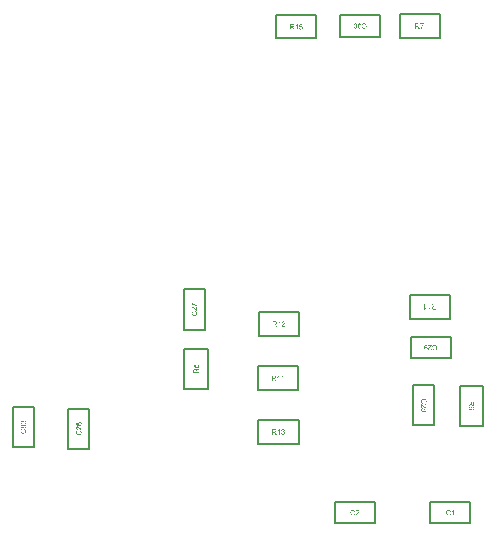
<source format=gbr>
G04*
G04 #@! TF.GenerationSoftware,Altium Limited,Altium Designer,25.4.2 (15)*
G04*
G04 Layer_Color=8388736*
%FSLAX44Y44*%
%MOMM*%
G71*
G04*
G04 #@! TF.SameCoordinates,7F9F24B7-B9C1-45AF-9387-6EDD806BED2B*
G04*
G04*
G04 #@! TF.FilePolarity,Positive*
G04*
G01*
G75*
%ADD13C,0.1500*%
G36*
X348079Y612447D02*
X346285D01*
X346045Y611235D01*
X346052Y611242D01*
X346065Y611248D01*
X346084Y611261D01*
X346116Y611281D01*
X346155Y611300D01*
X346201Y611326D01*
X346304Y611378D01*
X346434Y611430D01*
X346576Y611475D01*
X346732Y611507D01*
X346810Y611520D01*
X346952D01*
X346991Y611514D01*
X347043Y611507D01*
X347101Y611501D01*
X347166Y611488D01*
X347237Y611469D01*
X347392Y611423D01*
X347477Y611391D01*
X347561Y611345D01*
X347645Y611300D01*
X347729Y611248D01*
X347807Y611184D01*
X347885Y611112D01*
X347891Y611106D01*
X347904Y611093D01*
X347924Y611073D01*
X347949Y611041D01*
X347982Y610996D01*
X348014Y610950D01*
X348053Y610892D01*
X348092Y610827D01*
X348124Y610756D01*
X348163Y610678D01*
X348196Y610588D01*
X348228Y610497D01*
X348254Y610400D01*
X348273Y610290D01*
X348286Y610180D01*
X348293Y610063D01*
Y610057D01*
Y610037D01*
Y610005D01*
X348286Y609959D01*
X348280Y609908D01*
X348273Y609849D01*
X348260Y609778D01*
X348247Y609707D01*
X348209Y609538D01*
X348144Y609364D01*
X348105Y609273D01*
X348053Y609189D01*
X348001Y609098D01*
X347937Y609014D01*
X347930Y609007D01*
X347917Y608988D01*
X347891Y608962D01*
X347859Y608930D01*
X347813Y608891D01*
X347762Y608839D01*
X347697Y608793D01*
X347626Y608742D01*
X347548Y608690D01*
X347457Y608645D01*
X347360Y608599D01*
X347256Y608554D01*
X347146Y608521D01*
X347023Y608496D01*
X346894Y608476D01*
X346758Y608470D01*
X346699D01*
X346654Y608476D01*
X346602Y608483D01*
X346544Y608489D01*
X346473Y608496D01*
X346401Y608515D01*
X346240Y608554D01*
X346078Y608612D01*
X345993Y608651D01*
X345909Y608696D01*
X345831Y608748D01*
X345754Y608806D01*
X345747Y608813D01*
X345734Y608820D01*
X345721Y608845D01*
X345695Y608871D01*
X345663Y608904D01*
X345631Y608942D01*
X345592Y608994D01*
X345560Y609053D01*
X345521Y609111D01*
X345482Y609182D01*
X345410Y609338D01*
X345352Y609519D01*
X345333Y609616D01*
X345320Y609720D01*
X345896Y609765D01*
Y609759D01*
Y609746D01*
X345903Y609726D01*
X345909Y609694D01*
X345929Y609623D01*
X345955Y609525D01*
X345993Y609428D01*
X346045Y609318D01*
X346110Y609221D01*
X346188Y609130D01*
X346201Y609124D01*
X346227Y609098D01*
X346278Y609066D01*
X346350Y609027D01*
X346427Y608988D01*
X346525Y608955D01*
X346635Y608930D01*
X346758Y608923D01*
X346797D01*
X346823Y608930D01*
X346900Y608936D01*
X346991Y608962D01*
X347101Y608994D01*
X347211Y609046D01*
X347328Y609124D01*
X347379Y609169D01*
X347431Y609221D01*
X347438Y609227D01*
X347444Y609234D01*
X347457Y609253D01*
X347477Y609273D01*
X347522Y609344D01*
X347574Y609435D01*
X347619Y609545D01*
X347664Y609681D01*
X347697Y609843D01*
X347710Y609927D01*
Y610018D01*
Y610024D01*
Y610037D01*
Y610063D01*
X347703Y610095D01*
Y610134D01*
X347697Y610180D01*
X347677Y610283D01*
X347645Y610406D01*
X347600Y610529D01*
X347535Y610646D01*
X347444Y610756D01*
Y610763D01*
X347431Y610769D01*
X347399Y610801D01*
X347341Y610847D01*
X347263Y610899D01*
X347159Y610944D01*
X347043Y610989D01*
X346907Y611022D01*
X346829Y611035D01*
X346706D01*
X346654Y611028D01*
X346589Y611022D01*
X346512Y611002D01*
X346434Y610983D01*
X346350Y610950D01*
X346265Y610911D01*
X346259Y610905D01*
X346233Y610892D01*
X346194Y610860D01*
X346142Y610827D01*
X346091Y610782D01*
X346039Y610724D01*
X345980Y610665D01*
X345935Y610594D01*
X345417Y610665D01*
X345851Y612971D01*
X348079D01*
Y612447D01*
D02*
G37*
G36*
X343908Y608547D02*
X343357D01*
Y612052D01*
X343351Y612045D01*
X343318Y612019D01*
X343280Y611980D01*
X343215Y611935D01*
X343144Y611877D01*
X343053Y611812D01*
X342949Y611741D01*
X342833Y611669D01*
X342826D01*
X342820Y611663D01*
X342781Y611637D01*
X342716Y611605D01*
X342638Y611566D01*
X342548Y611520D01*
X342450Y611475D01*
X342353Y611430D01*
X342256Y611391D01*
Y611922D01*
X342263D01*
X342276Y611935D01*
X342301Y611941D01*
X342334Y611961D01*
X342373Y611980D01*
X342418Y612006D01*
X342528Y612071D01*
X342658Y612142D01*
X342787Y612233D01*
X342923Y612337D01*
X343059Y612447D01*
X343066Y612453D01*
X343072Y612459D01*
X343092Y612479D01*
X343118Y612498D01*
X343176Y612563D01*
X343254Y612641D01*
X343331Y612732D01*
X343416Y612835D01*
X343487Y612939D01*
X343552Y613049D01*
X343908D01*
Y608547D01*
D02*
G37*
G36*
X339678Y613023D02*
X339737D01*
X339873Y613017D01*
X340015Y612997D01*
X340171Y612978D01*
X340313Y612945D01*
X340384Y612926D01*
X340443Y612906D01*
X340449D01*
X340456Y612900D01*
X340494Y612881D01*
X340553Y612855D01*
X340624Y612809D01*
X340702Y612751D01*
X340786Y612673D01*
X340864Y612583D01*
X340941Y612479D01*
Y612472D01*
X340948Y612466D01*
X340974Y612427D01*
X341000Y612362D01*
X341039Y612278D01*
X341071Y612181D01*
X341103Y612064D01*
X341123Y611941D01*
X341129Y611805D01*
Y611799D01*
Y611786D01*
Y611760D01*
X341123Y611728D01*
Y611682D01*
X341116Y611637D01*
X341090Y611527D01*
X341051Y611397D01*
X341000Y611261D01*
X340922Y611125D01*
X340870Y611060D01*
X340818Y610996D01*
X340812Y610989D01*
X340805Y610983D01*
X340786Y610963D01*
X340760Y610944D01*
X340728Y610918D01*
X340689Y610892D01*
X340637Y610860D01*
X340585Y610821D01*
X340520Y610788D01*
X340449Y610756D01*
X340371Y610717D01*
X340287Y610685D01*
X340190Y610659D01*
X340093Y610626D01*
X339983Y610607D01*
X339866Y610588D01*
X339879Y610581D01*
X339905Y610568D01*
X339944Y610542D01*
X339996Y610516D01*
X340112Y610445D01*
X340171Y610400D01*
X340222Y610361D01*
X340235Y610348D01*
X340268Y610316D01*
X340320Y610264D01*
X340384Y610199D01*
X340456Y610108D01*
X340540Y610011D01*
X340624Y609895D01*
X340715Y609765D01*
X341485Y608547D01*
X340747D01*
X340158Y609480D01*
Y609487D01*
X340145Y609500D01*
X340132Y609519D01*
X340112Y609545D01*
X340067Y609616D01*
X340009Y609707D01*
X339937Y609804D01*
X339866Y609908D01*
X339795Y610005D01*
X339730Y610095D01*
X339724Y610102D01*
X339704Y610128D01*
X339672Y610167D01*
X339627Y610212D01*
X339529Y610309D01*
X339478Y610354D01*
X339426Y610393D01*
X339419Y610400D01*
X339406Y610406D01*
X339380Y610419D01*
X339342Y610439D01*
X339303Y610458D01*
X339257Y610478D01*
X339154Y610510D01*
X339147D01*
X339134Y610516D01*
X339108D01*
X339076Y610523D01*
X339031Y610529D01*
X338979D01*
X338908Y610536D01*
X338143D01*
Y608547D01*
X337547D01*
Y613030D01*
X339627D01*
X339678Y613023D01*
D02*
G37*
G36*
X396544Y613762D02*
X396596Y613756D01*
X396654Y613749D01*
X396719Y613736D01*
X396790Y613723D01*
X396945Y613685D01*
X397107Y613620D01*
X397192Y613581D01*
X397269Y613535D01*
X397347Y613477D01*
X397425Y613419D01*
X397431Y613412D01*
X397444Y613400D01*
X397463Y613380D01*
X397483Y613354D01*
X397515Y613322D01*
X397548Y613276D01*
X397587Y613231D01*
X397625Y613173D01*
X397664Y613108D01*
X397703Y613043D01*
X397774Y612888D01*
X397833Y612706D01*
X397852Y612609D01*
X397865Y612506D01*
X397314Y612434D01*
Y612441D01*
X397308Y612454D01*
X397302Y612480D01*
X397295Y612512D01*
X397289Y612551D01*
X397276Y612596D01*
X397243Y612693D01*
X397198Y612810D01*
X397140Y612920D01*
X397075Y613024D01*
X396997Y613115D01*
X396984Y613121D01*
X396958Y613147D01*
X396907Y613179D01*
X396842Y613212D01*
X396764Y613251D01*
X396667Y613283D01*
X396557Y613309D01*
X396440Y613315D01*
X396401D01*
X396375Y613309D01*
X396304Y613302D01*
X396213Y613283D01*
X396110Y613251D01*
X396000Y613205D01*
X395890Y613140D01*
X395786Y613050D01*
X395773Y613037D01*
X395741Y612998D01*
X395702Y612940D01*
X395650Y612862D01*
X395598Y612765D01*
X395559Y612655D01*
X395527Y612525D01*
X395514Y612383D01*
Y612376D01*
Y612363D01*
Y612344D01*
X395520Y612318D01*
X395527Y612247D01*
X395546Y612162D01*
X395572Y612059D01*
X395617Y611955D01*
X395682Y611852D01*
X395766Y611754D01*
X395779Y611741D01*
X395812Y611716D01*
X395864Y611677D01*
X395935Y611631D01*
X396026Y611586D01*
X396136Y611547D01*
X396259Y611521D01*
X396395Y611508D01*
X396453D01*
X396498Y611515D01*
X396557Y611521D01*
X396622Y611534D01*
X396699Y611547D01*
X396783Y611567D01*
X396719Y611081D01*
X396686D01*
X396660Y611087D01*
X396576D01*
X396505Y611074D01*
X396421Y611061D01*
X396324Y611042D01*
X396213Y611009D01*
X396110Y610964D01*
X396000Y610906D01*
X395993D01*
X395987Y610899D01*
X395954Y610873D01*
X395909Y610828D01*
X395857Y610770D01*
X395805Y610686D01*
X395760Y610588D01*
X395728Y610478D01*
X395715Y610414D01*
Y610342D01*
Y610336D01*
Y610329D01*
Y610290D01*
X395728Y610239D01*
X395741Y610168D01*
X395766Y610090D01*
X395799Y610005D01*
X395851Y609921D01*
X395922Y609844D01*
X395928Y609837D01*
X395961Y609811D01*
X396006Y609779D01*
X396064Y609740D01*
X396142Y609708D01*
X396233Y609675D01*
X396337Y609649D01*
X396453Y609643D01*
X396505D01*
X396563Y609656D01*
X396641Y609669D01*
X396725Y609695D01*
X396809Y609727D01*
X396900Y609779D01*
X396984Y609844D01*
X396991Y609850D01*
X397017Y609883D01*
X397055Y609928D01*
X397101Y609993D01*
X397146Y610077D01*
X397192Y610180D01*
X397230Y610303D01*
X397256Y610446D01*
X397807Y610349D01*
Y610342D01*
X397800Y610323D01*
X397794Y610297D01*
X397787Y610258D01*
X397774Y610213D01*
X397755Y610161D01*
X397716Y610038D01*
X397651Y609895D01*
X397574Y609753D01*
X397476Y609617D01*
X397353Y609494D01*
X397347Y609487D01*
X397334Y609481D01*
X397314Y609468D01*
X397289Y609449D01*
X397256Y609423D01*
X397211Y609397D01*
X397166Y609371D01*
X397107Y609338D01*
X396978Y609287D01*
X396829Y609235D01*
X396654Y609202D01*
X396563Y609189D01*
X396401D01*
X396330Y609196D01*
X396246Y609209D01*
X396142Y609228D01*
X396026Y609261D01*
X395909Y609300D01*
X395792Y609351D01*
X395786D01*
X395779Y609358D01*
X395741Y609377D01*
X395682Y609416D01*
X395617Y609462D01*
X395540Y609526D01*
X395462Y609598D01*
X395384Y609682D01*
X395320Y609779D01*
X395313Y609792D01*
X395294Y609824D01*
X395268Y609883D01*
X395235Y609954D01*
X395203Y610038D01*
X395177Y610135D01*
X395158Y610245D01*
X395151Y610355D01*
Y610368D01*
Y610407D01*
X395158Y610459D01*
X395171Y610530D01*
X395190Y610614D01*
X395223Y610705D01*
X395261Y610796D01*
X395313Y610886D01*
X395320Y610899D01*
X395339Y610925D01*
X395378Y610971D01*
X395430Y611022D01*
X395494Y611081D01*
X395572Y611146D01*
X395663Y611204D01*
X395773Y611262D01*
X395766D01*
X395754Y611269D01*
X395734Y611275D01*
X395708Y611282D01*
X395637Y611307D01*
X395546Y611346D01*
X395443Y611398D01*
X395339Y611463D01*
X395242Y611547D01*
X395151Y611644D01*
X395145Y611657D01*
X395119Y611696D01*
X395080Y611761D01*
X395041Y611845D01*
X395002Y611949D01*
X394963Y612072D01*
X394938Y612214D01*
X394931Y612370D01*
Y612376D01*
Y612396D01*
Y612428D01*
X394938Y612467D01*
X394944Y612519D01*
X394957Y612577D01*
X394970Y612642D01*
X394983Y612713D01*
X395035Y612868D01*
X395074Y612953D01*
X395112Y613030D01*
X395164Y613115D01*
X395223Y613199D01*
X395287Y613283D01*
X395365Y613361D01*
X395371Y613367D01*
X395384Y613380D01*
X395410Y613400D01*
X395443Y613425D01*
X395481Y613458D01*
X395533Y613490D01*
X395592Y613529D01*
X395663Y613561D01*
X395734Y613600D01*
X395818Y613639D01*
X395902Y613671D01*
X396000Y613704D01*
X396103Y613730D01*
X396213Y613749D01*
X396324Y613762D01*
X396447Y613769D01*
X396505D01*
X396544Y613762D01*
D02*
G37*
G36*
X400359D02*
X400417D01*
X400488Y613756D01*
X400566Y613743D01*
X400657Y613730D01*
X400844Y613697D01*
X401039Y613646D01*
X401233Y613574D01*
X401324Y613529D01*
X401414Y613477D01*
X401421Y613471D01*
X401434Y613464D01*
X401460Y613445D01*
X401486Y613419D01*
X401525Y613393D01*
X401570Y613354D01*
X401622Y613309D01*
X401674Y613257D01*
X401725Y613199D01*
X401784Y613140D01*
X401900Y612991D01*
X402010Y612817D01*
X402108Y612622D01*
Y612616D01*
X402121Y612596D01*
X402127Y612564D01*
X402146Y612525D01*
X402159Y612473D01*
X402179Y612408D01*
X402205Y612337D01*
X402224Y612259D01*
X402243Y612175D01*
X402269Y612078D01*
X402302Y611877D01*
X402328Y611651D01*
X402341Y611418D01*
Y611411D01*
Y611385D01*
Y611346D01*
X402334Y611301D01*
Y611236D01*
X402328Y611171D01*
X402321Y611087D01*
X402308Y611003D01*
X402276Y610815D01*
X402231Y610608D01*
X402166Y610401D01*
X402075Y610200D01*
X402069Y610193D01*
X402062Y610174D01*
X402049Y610148D01*
X402023Y610116D01*
X401997Y610070D01*
X401965Y610019D01*
X401881Y609902D01*
X401771Y609772D01*
X401641Y609643D01*
X401492Y609513D01*
X401317Y609403D01*
X401311Y609397D01*
X401291Y609390D01*
X401265Y609377D01*
X401233Y609358D01*
X401181Y609338D01*
X401129Y609319D01*
X401065Y609293D01*
X400993Y609267D01*
X400916Y609241D01*
X400831Y609215D01*
X400650Y609176D01*
X400443Y609144D01*
X400229Y609131D01*
X400164D01*
X400119Y609138D01*
X400061Y609144D01*
X399990Y609151D01*
X399918Y609157D01*
X399834Y609176D01*
X399659Y609215D01*
X399465Y609274D01*
X399368Y609313D01*
X399277Y609358D01*
X399186Y609416D01*
X399096Y609474D01*
X399089Y609481D01*
X399076Y609487D01*
X399050Y609507D01*
X399018Y609539D01*
X398986Y609572D01*
X398940Y609617D01*
X398895Y609669D01*
X398843Y609720D01*
X398791Y609785D01*
X398740Y609863D01*
X398681Y609941D01*
X398629Y610025D01*
X398584Y610122D01*
X398532Y610219D01*
X398493Y610323D01*
X398455Y610439D01*
X399037Y610575D01*
Y610569D01*
X399044Y610556D01*
X399057Y610530D01*
X399070Y610498D01*
X399083Y610459D01*
X399102Y610407D01*
X399154Y610303D01*
X399219Y610187D01*
X399296Y610070D01*
X399394Y609960D01*
X399497Y609863D01*
X399510Y609850D01*
X399549Y609824D01*
X399614Y609792D01*
X399698Y609747D01*
X399808Y609708D01*
X399931Y609669D01*
X400080Y609643D01*
X400242Y609636D01*
X400294D01*
X400326Y609643D01*
X400372D01*
X400424Y609649D01*
X400546Y609669D01*
X400683Y609695D01*
X400825Y609740D01*
X400974Y609805D01*
X401110Y609889D01*
X401116D01*
X401123Y609902D01*
X401168Y609934D01*
X401227Y609986D01*
X401298Y610064D01*
X401382Y610161D01*
X401460Y610271D01*
X401531Y610407D01*
X401596Y610556D01*
Y610563D01*
X401602Y610575D01*
X401609Y610595D01*
X401615Y610627D01*
X401628Y610666D01*
X401641Y610712D01*
X401661Y610822D01*
X401687Y610951D01*
X401712Y611094D01*
X401725Y611249D01*
X401732Y611418D01*
Y611424D01*
Y611443D01*
Y611476D01*
Y611515D01*
X401725Y611560D01*
Y611618D01*
X401719Y611683D01*
X401712Y611754D01*
X401693Y611910D01*
X401661Y612078D01*
X401622Y612247D01*
X401570Y612415D01*
Y612421D01*
X401563Y612434D01*
X401550Y612454D01*
X401538Y612486D01*
X401499Y612564D01*
X401440Y612655D01*
X401369Y612758D01*
X401278Y612868D01*
X401175Y612966D01*
X401052Y613056D01*
X401045D01*
X401032Y613063D01*
X401013Y613076D01*
X400987Y613089D01*
X400955Y613102D01*
X400916Y613121D01*
X400825Y613160D01*
X400709Y613199D01*
X400579Y613231D01*
X400436Y613257D01*
X400288Y613264D01*
X400242D01*
X400203Y613257D01*
X400158D01*
X400113Y613251D01*
X399996Y613225D01*
X399860Y613192D01*
X399724Y613140D01*
X399581Y613069D01*
X399510Y613030D01*
X399445Y612979D01*
X399439Y612972D01*
X399432Y612966D01*
X399413Y612946D01*
X399387Y612927D01*
X399361Y612894D01*
X399329Y612855D01*
X399290Y612817D01*
X399258Y612765D01*
X399219Y612706D01*
X399173Y612642D01*
X399135Y612577D01*
X399096Y612499D01*
X399063Y612415D01*
X399031Y612324D01*
X398998Y612227D01*
X398973Y612123D01*
X398377Y612272D01*
Y612279D01*
X398383Y612305D01*
X398396Y612344D01*
X398416Y612396D01*
X398435Y612454D01*
X398461Y612525D01*
X398493Y612603D01*
X398532Y612687D01*
X398623Y612868D01*
X398740Y613050D01*
X398811Y613140D01*
X398882Y613231D01*
X398960Y613309D01*
X399050Y613386D01*
X399057Y613393D01*
X399070Y613406D01*
X399102Y613419D01*
X399135Y613445D01*
X399186Y613477D01*
X399238Y613510D01*
X399309Y613542D01*
X399381Y613574D01*
X399465Y613613D01*
X399556Y613646D01*
X399653Y613678D01*
X399756Y613710D01*
X399866Y613736D01*
X399983Y613749D01*
X400106Y613762D01*
X400236Y613769D01*
X400307D01*
X400359Y613762D01*
D02*
G37*
G36*
X393033D02*
X393085Y613756D01*
X393150Y613743D01*
X393221Y613730D01*
X393299Y613710D01*
X393377Y613685D01*
X393461Y613659D01*
X393545Y613620D01*
X393629Y613574D01*
X393713Y613522D01*
X393797Y613458D01*
X393875Y613386D01*
X393946Y613309D01*
X393953Y613302D01*
X393966Y613283D01*
X393985Y613251D01*
X394018Y613199D01*
X394050Y613140D01*
X394082Y613063D01*
X394128Y612972D01*
X394167Y612868D01*
X394206Y612752D01*
X394244Y612616D01*
X394283Y612467D01*
X394316Y612298D01*
X394348Y612117D01*
X394367Y611923D01*
X394380Y611709D01*
X394387Y611482D01*
Y611476D01*
Y611450D01*
Y611405D01*
Y611353D01*
X394380Y611282D01*
Y611204D01*
X394374Y611120D01*
X394367Y611022D01*
X394348Y610822D01*
X394316Y610608D01*
X394277Y610394D01*
X394251Y610297D01*
X394225Y610200D01*
Y610193D01*
X394218Y610180D01*
X394206Y610154D01*
X394193Y610122D01*
X394180Y610077D01*
X394154Y610031D01*
X394102Y609921D01*
X394037Y609805D01*
X393953Y609682D01*
X393856Y609559D01*
X393739Y609455D01*
X393733D01*
X393726Y609442D01*
X393707Y609429D01*
X393681Y609416D01*
X393648Y609390D01*
X393610Y609371D01*
X393512Y609319D01*
X393396Y609274D01*
X393260Y609228D01*
X393098Y609202D01*
X392923Y609189D01*
X392865D01*
X392794Y609196D01*
X392709Y609209D01*
X392612Y609228D01*
X392509Y609254D01*
X392398Y609287D01*
X392295Y609338D01*
X392288D01*
X392282Y609345D01*
X392249Y609364D01*
X392198Y609397D01*
X392133Y609442D01*
X392062Y609507D01*
X391984Y609578D01*
X391913Y609662D01*
X391842Y609759D01*
X391835Y609772D01*
X391809Y609805D01*
X391783Y609863D01*
X391738Y609947D01*
X391699Y610044D01*
X391647Y610154D01*
X391602Y610284D01*
X391563Y610426D01*
Y610433D01*
X391557Y610446D01*
X391550Y610465D01*
X391544Y610498D01*
X391537Y610537D01*
X391531Y610582D01*
X391518Y610640D01*
X391511Y610705D01*
X391498Y610776D01*
X391492Y610854D01*
X391485Y610945D01*
X391472Y611035D01*
X391466Y611139D01*
Y611243D01*
X391459Y611359D01*
Y611482D01*
Y611489D01*
Y611515D01*
Y611560D01*
Y611612D01*
X391466Y611683D01*
Y611761D01*
X391472Y611845D01*
X391479Y611936D01*
X391498Y612143D01*
X391531Y612357D01*
X391569Y612564D01*
X391595Y612661D01*
X391628Y612758D01*
Y612765D01*
X391634Y612778D01*
X391647Y612804D01*
X391660Y612836D01*
X391673Y612881D01*
X391699Y612927D01*
X391751Y613037D01*
X391815Y613153D01*
X391900Y613283D01*
X391997Y613400D01*
X392113Y613510D01*
X392120D01*
X392126Y613522D01*
X392146Y613535D01*
X392172Y613549D01*
X392204Y613568D01*
X392237Y613594D01*
X392334Y613639D01*
X392450Y613685D01*
X392586Y613730D01*
X392748Y613756D01*
X392923Y613769D01*
X392988D01*
X393033Y613762D01*
D02*
G37*
G36*
X450864Y613168D02*
X450858Y613162D01*
X450845Y613149D01*
X450819Y613123D01*
X450793Y613084D01*
X450754Y613039D01*
X450702Y612987D01*
X450650Y612922D01*
X450592Y612844D01*
X450534Y612766D01*
X450463Y612676D01*
X450391Y612572D01*
X450320Y612469D01*
X450243Y612352D01*
X450165Y612229D01*
X450087Y612093D01*
X450009Y611957D01*
X450003Y611950D01*
X449990Y611925D01*
X449970Y611886D01*
X449938Y611827D01*
X449906Y611756D01*
X449867Y611678D01*
X449822Y611588D01*
X449776Y611484D01*
X449724Y611367D01*
X449666Y611251D01*
X449614Y611121D01*
X449562Y610985D01*
X449459Y610707D01*
X449362Y610409D01*
Y610402D01*
X449355Y610383D01*
X449349Y610351D01*
X449336Y610312D01*
X449323Y610260D01*
X449310Y610195D01*
X449290Y610124D01*
X449277Y610046D01*
X449258Y609955D01*
X449239Y609858D01*
X449206Y609651D01*
X449174Y609424D01*
X449154Y609178D01*
X448591D01*
Y609185D01*
Y609204D01*
Y609230D01*
X448597Y609269D01*
Y609321D01*
X448604Y609385D01*
X448610Y609457D01*
X448617Y609534D01*
X448630Y609625D01*
X448643Y609716D01*
X448662Y609826D01*
X448681Y609936D01*
X448701Y610053D01*
X448727Y610182D01*
X448792Y610448D01*
Y610454D01*
X448798Y610480D01*
X448811Y610519D01*
X448830Y610577D01*
X448850Y610642D01*
X448876Y610720D01*
X448902Y610811D01*
X448941Y610908D01*
X448979Y611018D01*
X449018Y611128D01*
X449115Y611374D01*
X449232Y611633D01*
X449362Y611892D01*
X449368Y611899D01*
X449381Y611925D01*
X449400Y611957D01*
X449426Y612009D01*
X449459Y612067D01*
X449504Y612138D01*
X449549Y612216D01*
X449601Y612300D01*
X449724Y612488D01*
X449854Y612682D01*
X450003Y612883D01*
X450158Y613071D01*
X447963D01*
Y613602D01*
X450864D01*
Y613168D01*
D02*
G37*
G36*
X445767Y613654D02*
X445825D01*
X445961Y613647D01*
X446104Y613628D01*
X446259Y613609D01*
X446402Y613576D01*
X446473Y613557D01*
X446531Y613537D01*
X446538D01*
X446544Y613531D01*
X446583Y613511D01*
X446641Y613485D01*
X446712Y613440D01*
X446790Y613382D01*
X446874Y613304D01*
X446952Y613213D01*
X447030Y613110D01*
Y613103D01*
X447036Y613097D01*
X447062Y613058D01*
X447088Y612993D01*
X447127Y612909D01*
X447159Y612812D01*
X447192Y612695D01*
X447211Y612572D01*
X447218Y612436D01*
Y612430D01*
Y612417D01*
Y612391D01*
X447211Y612359D01*
Y612313D01*
X447205Y612268D01*
X447179Y612158D01*
X447140Y612028D01*
X447088Y611892D01*
X447010Y611756D01*
X446959Y611691D01*
X446907Y611627D01*
X446900Y611620D01*
X446894Y611614D01*
X446874Y611594D01*
X446848Y611575D01*
X446816Y611549D01*
X446777Y611523D01*
X446725Y611491D01*
X446674Y611452D01*
X446609Y611419D01*
X446538Y611387D01*
X446460Y611348D01*
X446376Y611316D01*
X446278Y611290D01*
X446181Y611257D01*
X446071Y611238D01*
X445955Y611218D01*
X445968Y611212D01*
X445993Y611199D01*
X446032Y611173D01*
X446084Y611147D01*
X446201Y611076D01*
X446259Y611031D01*
X446311Y610992D01*
X446324Y610979D01*
X446356Y610947D01*
X446408Y610895D01*
X446473Y610830D01*
X446544Y610739D01*
X446628Y610642D01*
X446712Y610526D01*
X446803Y610396D01*
X447574Y609178D01*
X446836D01*
X446246Y610111D01*
Y610117D01*
X446233Y610130D01*
X446220Y610150D01*
X446201Y610176D01*
X446156Y610247D01*
X446097Y610338D01*
X446026Y610435D01*
X445955Y610538D01*
X445883Y610636D01*
X445819Y610726D01*
X445812Y610733D01*
X445793Y610759D01*
X445760Y610798D01*
X445715Y610843D01*
X445618Y610940D01*
X445566Y610985D01*
X445514Y611024D01*
X445508Y611031D01*
X445495Y611037D01*
X445469Y611050D01*
X445430Y611069D01*
X445391Y611089D01*
X445346Y611108D01*
X445242Y611141D01*
X445236D01*
X445223Y611147D01*
X445197D01*
X445164Y611154D01*
X445119Y611160D01*
X445067D01*
X444996Y611167D01*
X444232D01*
Y609178D01*
X443636D01*
Y613660D01*
X445715D01*
X445767Y613654D01*
D02*
G37*
G36*
X461437Y371399D02*
X459358D01*
X459306Y371406D01*
X459247D01*
X459111Y371412D01*
X458969Y371432D01*
X458814Y371451D01*
X458671Y371484D01*
X458600Y371503D01*
X458541Y371522D01*
X458535D01*
X458529Y371529D01*
X458490Y371548D01*
X458431Y371574D01*
X458360Y371620D01*
X458282Y371678D01*
X458198Y371756D01*
X458120Y371846D01*
X458043Y371950D01*
Y371956D01*
X458036Y371963D01*
X458010Y372002D01*
X457984Y372066D01*
X457946Y372151D01*
X457913Y372248D01*
X457881Y372364D01*
X457861Y372487D01*
X457855Y372623D01*
Y372630D01*
Y372643D01*
Y372669D01*
X457861Y372701D01*
Y372747D01*
X457868Y372792D01*
X457894Y372902D01*
X457933Y373032D01*
X457984Y373168D01*
X458062Y373304D01*
X458114Y373368D01*
X458166Y373433D01*
X458172Y373440D01*
X458179Y373446D01*
X458198Y373465D01*
X458224Y373485D01*
X458256Y373511D01*
X458295Y373537D01*
X458347Y373569D01*
X458399Y373608D01*
X458464Y373640D01*
X458535Y373673D01*
X458613Y373712D01*
X458697Y373744D01*
X458794Y373770D01*
X458891Y373802D01*
X459001Y373822D01*
X459118Y373841D01*
X459105Y373848D01*
X459079Y373861D01*
X459040Y373886D01*
X458988Y373912D01*
X458872Y373984D01*
X458814Y374029D01*
X458762Y374068D01*
X458749Y374081D01*
X458716Y374113D01*
X458665Y374165D01*
X458600Y374230D01*
X458529Y374320D01*
X458444Y374418D01*
X458360Y374534D01*
X458269Y374664D01*
X457499Y375881D01*
X458237D01*
X458826Y374949D01*
Y374942D01*
X458839Y374929D01*
X458852Y374910D01*
X458872Y374884D01*
X458917Y374813D01*
X458975Y374722D01*
X459047Y374625D01*
X459118Y374521D01*
X459189Y374424D01*
X459254Y374333D01*
X459260Y374327D01*
X459280Y374301D01*
X459312Y374262D01*
X459358Y374217D01*
X459455Y374120D01*
X459506Y374074D01*
X459558Y374035D01*
X459565Y374029D01*
X459578Y374022D01*
X459604Y374010D01*
X459642Y373990D01*
X459681Y373971D01*
X459727Y373951D01*
X459830Y373919D01*
X459837D01*
X459850Y373912D01*
X459876D01*
X459908Y373906D01*
X459953Y373899D01*
X460005D01*
X460076Y373893D01*
X460841D01*
Y375881D01*
X461437D01*
Y371399D01*
D02*
G37*
G36*
X451903Y374806D02*
X453852D01*
Y374301D01*
X451799Y371399D01*
X451352D01*
Y374301D01*
X450743D01*
Y374806D01*
X451352D01*
Y375881D01*
X451903D01*
Y374806D01*
D02*
G37*
G36*
X455627Y372377D02*
X455633Y372384D01*
X455666Y372410D01*
X455704Y372449D01*
X455769Y372494D01*
X455840Y372552D01*
X455931Y372617D01*
X456035Y372688D01*
X456151Y372760D01*
X456158D01*
X456164Y372766D01*
X456203Y372792D01*
X456268Y372824D01*
X456346Y372863D01*
X456436Y372909D01*
X456534Y372954D01*
X456631Y372999D01*
X456728Y373038D01*
Y372507D01*
X456721D01*
X456708Y372494D01*
X456683Y372487D01*
X456650Y372468D01*
X456611Y372449D01*
X456566Y372423D01*
X456456Y372358D01*
X456326Y372287D01*
X456197Y372196D01*
X456061Y372092D01*
X455925Y371982D01*
X455918Y371976D01*
X455912Y371969D01*
X455892Y371950D01*
X455866Y371931D01*
X455808Y371866D01*
X455730Y371788D01*
X455653Y371697D01*
X455569Y371594D01*
X455497Y371490D01*
X455433Y371380D01*
X455076D01*
Y375881D01*
X455627D01*
Y372377D01*
D02*
G37*
G36*
X331777Y270002D02*
X331862Y269989D01*
X331965Y269970D01*
X332082Y269938D01*
X332198Y269899D01*
X332315Y269847D01*
X332322D01*
X332328Y269841D01*
X332367Y269821D01*
X332425Y269782D01*
X332490Y269737D01*
X332568Y269672D01*
X332645Y269601D01*
X332723Y269517D01*
X332788Y269419D01*
X332794Y269407D01*
X332814Y269374D01*
X332840Y269316D01*
X332872Y269245D01*
X332905Y269160D01*
X332930Y269063D01*
X332950Y268953D01*
X332956Y268843D01*
Y268830D01*
Y268791D01*
X332950Y268739D01*
X332937Y268668D01*
X332918Y268584D01*
X332885Y268493D01*
X332846Y268403D01*
X332794Y268312D01*
X332788Y268299D01*
X332769Y268273D01*
X332730Y268228D01*
X332678Y268176D01*
X332613Y268118D01*
X332535Y268053D01*
X332445Y267995D01*
X332335Y267936D01*
X332341D01*
X332354Y267930D01*
X332373Y267923D01*
X332399Y267917D01*
X332471Y267891D01*
X332561Y267852D01*
X332665Y267800D01*
X332769Y267736D01*
X332866Y267651D01*
X332956Y267554D01*
X332963Y267541D01*
X332989Y267502D01*
X333028Y267438D01*
X333066Y267353D01*
X333105Y267250D01*
X333144Y267127D01*
X333170Y266984D01*
X333176Y266829D01*
Y266822D01*
Y266803D01*
Y266770D01*
X333170Y266732D01*
X333164Y266680D01*
X333151Y266621D01*
X333138Y266557D01*
X333125Y266485D01*
X333073Y266330D01*
X333034Y266246D01*
X332995Y266168D01*
X332943Y266084D01*
X332885Y266000D01*
X332820Y265916D01*
X332743Y265838D01*
X332736Y265831D01*
X332723Y265818D01*
X332697Y265799D01*
X332665Y265773D01*
X332626Y265741D01*
X332574Y265708D01*
X332516Y265669D01*
X332445Y265637D01*
X332373Y265598D01*
X332289Y265559D01*
X332205Y265527D01*
X332108Y265494D01*
X332004Y265469D01*
X331894Y265449D01*
X331784Y265436D01*
X331661Y265430D01*
X331603D01*
X331564Y265436D01*
X331512Y265443D01*
X331454Y265449D01*
X331389Y265462D01*
X331318Y265475D01*
X331162Y265514D01*
X331000Y265579D01*
X330916Y265618D01*
X330838Y265663D01*
X330761Y265721D01*
X330683Y265779D01*
X330676Y265786D01*
X330663Y265799D01*
X330644Y265818D01*
X330625Y265844D01*
X330592Y265877D01*
X330560Y265922D01*
X330521Y265967D01*
X330482Y266026D01*
X330443Y266090D01*
X330404Y266155D01*
X330333Y266311D01*
X330275Y266492D01*
X330255Y266589D01*
X330243Y266693D01*
X330793Y266764D01*
Y266758D01*
X330799Y266744D01*
X330806Y266719D01*
X330812Y266686D01*
X330819Y266647D01*
X330832Y266602D01*
X330864Y266505D01*
X330910Y266388D01*
X330968Y266278D01*
X331033Y266175D01*
X331110Y266084D01*
X331123Y266077D01*
X331149Y266052D01*
X331201Y266019D01*
X331266Y265987D01*
X331344Y265948D01*
X331441Y265916D01*
X331551Y265890D01*
X331667Y265883D01*
X331706D01*
X331732Y265890D01*
X331803Y265896D01*
X331894Y265916D01*
X331998Y265948D01*
X332108Y265993D01*
X332218Y266058D01*
X332322Y266149D01*
X332335Y266162D01*
X332367Y266201D01*
X332406Y266259D01*
X332458Y266336D01*
X332509Y266434D01*
X332548Y266544D01*
X332581Y266673D01*
X332594Y266816D01*
Y266822D01*
Y266835D01*
Y266855D01*
X332587Y266880D01*
X332581Y266952D01*
X332561Y267036D01*
X332535Y267140D01*
X332490Y267243D01*
X332425Y267347D01*
X332341Y267444D01*
X332328Y267457D01*
X332296Y267483D01*
X332244Y267522D01*
X332173Y267567D01*
X332082Y267612D01*
X331972Y267651D01*
X331849Y267677D01*
X331713Y267690D01*
X331655D01*
X331609Y267684D01*
X331551Y267677D01*
X331486Y267664D01*
X331408Y267651D01*
X331324Y267632D01*
X331389Y268118D01*
X331421D01*
X331447Y268111D01*
X331531D01*
X331603Y268124D01*
X331687Y268137D01*
X331784Y268157D01*
X331894Y268189D01*
X331998Y268234D01*
X332108Y268293D01*
X332114D01*
X332121Y268299D01*
X332153Y268325D01*
X332198Y268370D01*
X332250Y268428D01*
X332302Y268513D01*
X332347Y268610D01*
X332380Y268720D01*
X332393Y268785D01*
Y268856D01*
Y268862D01*
Y268869D01*
Y268908D01*
X332380Y268960D01*
X332367Y269031D01*
X332341Y269109D01*
X332309Y269193D01*
X332257Y269277D01*
X332186Y269355D01*
X332179Y269361D01*
X332147Y269387D01*
X332101Y269419D01*
X332043Y269458D01*
X331965Y269491D01*
X331875Y269523D01*
X331771Y269549D01*
X331655Y269555D01*
X331603D01*
X331544Y269543D01*
X331467Y269530D01*
X331382Y269504D01*
X331298Y269471D01*
X331208Y269419D01*
X331123Y269355D01*
X331117Y269348D01*
X331091Y269316D01*
X331052Y269271D01*
X331007Y269206D01*
X330961Y269122D01*
X330916Y269018D01*
X330877Y268895D01*
X330851Y268752D01*
X330301Y268850D01*
Y268856D01*
X330307Y268876D01*
X330314Y268901D01*
X330320Y268940D01*
X330333Y268986D01*
X330353Y269037D01*
X330391Y269160D01*
X330456Y269303D01*
X330534Y269445D01*
X330631Y269582D01*
X330754Y269704D01*
X330761Y269711D01*
X330774Y269718D01*
X330793Y269730D01*
X330819Y269750D01*
X330851Y269776D01*
X330897Y269802D01*
X330942Y269828D01*
X331000Y269860D01*
X331130Y269912D01*
X331279Y269964D01*
X331454Y269996D01*
X331544Y270009D01*
X331706D01*
X331777Y270002D01*
D02*
G37*
G36*
X328824Y265507D02*
X328274D01*
Y269011D01*
X328267Y269005D01*
X328235Y268979D01*
X328196Y268940D01*
X328131Y268895D01*
X328060Y268837D01*
X327969Y268772D01*
X327865Y268701D01*
X327749Y268629D01*
X327742D01*
X327736Y268623D01*
X327697Y268597D01*
X327632Y268565D01*
X327555Y268526D01*
X327464Y268480D01*
X327367Y268435D01*
X327270Y268390D01*
X327172Y268351D01*
Y268882D01*
X327179D01*
X327192Y268895D01*
X327218Y268901D01*
X327250Y268921D01*
X327289Y268940D01*
X327334Y268966D01*
X327444Y269031D01*
X327574Y269102D01*
X327704Y269193D01*
X327840Y269296D01*
X327976Y269407D01*
X327982Y269413D01*
X327989Y269419D01*
X328008Y269439D01*
X328034Y269458D01*
X328092Y269523D01*
X328170Y269601D01*
X328248Y269692D01*
X328332Y269795D01*
X328403Y269899D01*
X328468Y270009D01*
X328824D01*
Y265507D01*
D02*
G37*
G36*
X324594Y269983D02*
X324653D01*
X324789Y269977D01*
X324931Y269957D01*
X325087Y269938D01*
X325229Y269905D01*
X325300Y269886D01*
X325359Y269866D01*
X325365D01*
X325372Y269860D01*
X325411Y269841D01*
X325469Y269815D01*
X325540Y269769D01*
X325618Y269711D01*
X325702Y269633D01*
X325780Y269543D01*
X325858Y269439D01*
Y269433D01*
X325864Y269426D01*
X325890Y269387D01*
X325916Y269322D01*
X325955Y269238D01*
X325987Y269141D01*
X326020Y269024D01*
X326039Y268901D01*
X326045Y268765D01*
Y268759D01*
Y268746D01*
Y268720D01*
X326039Y268688D01*
Y268642D01*
X326032Y268597D01*
X326007Y268487D01*
X325968Y268357D01*
X325916Y268221D01*
X325838Y268085D01*
X325786Y268020D01*
X325734Y267956D01*
X325728Y267949D01*
X325722Y267943D01*
X325702Y267923D01*
X325676Y267904D01*
X325644Y267878D01*
X325605Y267852D01*
X325553Y267820D01*
X325501Y267781D01*
X325437Y267749D01*
X325365Y267716D01*
X325288Y267677D01*
X325203Y267645D01*
X325106Y267619D01*
X325009Y267586D01*
X324899Y267567D01*
X324782Y267548D01*
X324795Y267541D01*
X324821Y267528D01*
X324860Y267502D01*
X324912Y267476D01*
X325028Y267405D01*
X325087Y267360D01*
X325139Y267321D01*
X325151Y267308D01*
X325184Y267276D01*
X325236Y267224D01*
X325300Y267159D01*
X325372Y267068D01*
X325456Y266971D01*
X325540Y266855D01*
X325631Y266725D01*
X326402Y265507D01*
X325663D01*
X325074Y266440D01*
Y266447D01*
X325061Y266460D01*
X325048Y266479D01*
X325028Y266505D01*
X324983Y266576D01*
X324925Y266667D01*
X324854Y266764D01*
X324782Y266868D01*
X324711Y266965D01*
X324646Y267055D01*
X324640Y267062D01*
X324620Y267088D01*
X324588Y267127D01*
X324543Y267172D01*
X324446Y267269D01*
X324394Y267314D01*
X324342Y267353D01*
X324335Y267360D01*
X324323Y267366D01*
X324297Y267379D01*
X324258Y267399D01*
X324219Y267418D01*
X324174Y267438D01*
X324070Y267470D01*
X324063D01*
X324050Y267476D01*
X324025D01*
X323992Y267483D01*
X323947Y267489D01*
X323895D01*
X323824Y267496D01*
X323060D01*
Y265507D01*
X322464D01*
Y269989D01*
X324543D01*
X324594Y269983D01*
D02*
G37*
G36*
X332242Y361404D02*
X332294Y361398D01*
X332359Y361391D01*
X332430Y361378D01*
X332501Y361365D01*
X332669Y361320D01*
X332838Y361255D01*
X332922Y361216D01*
X333006Y361171D01*
X333084Y361113D01*
X333155Y361048D01*
X333162Y361042D01*
X333175Y361035D01*
X333188Y361009D01*
X333214Y360983D01*
X333246Y360951D01*
X333278Y360906D01*
X333311Y360860D01*
X333350Y360802D01*
X333414Y360679D01*
X333479Y360523D01*
X333505Y360446D01*
X333518Y360355D01*
X333531Y360264D01*
X333537Y360167D01*
Y360154D01*
Y360122D01*
X333531Y360070D01*
X333525Y359999D01*
X333512Y359921D01*
X333486Y359830D01*
X333460Y359733D01*
X333421Y359636D01*
X333414Y359623D01*
X333401Y359591D01*
X333376Y359539D01*
X333337Y359468D01*
X333285Y359390D01*
X333220Y359293D01*
X333142Y359196D01*
X333052Y359086D01*
X333039Y359073D01*
X333006Y359034D01*
X332974Y359001D01*
X332942Y358969D01*
X332903Y358930D01*
X332851Y358878D01*
X332799Y358826D01*
X332734Y358768D01*
X332669Y358703D01*
X332592Y358632D01*
X332508Y358561D01*
X332417Y358477D01*
X332313Y358392D01*
X332210Y358302D01*
X332203Y358295D01*
X332190Y358282D01*
X332164Y358263D01*
X332132Y358237D01*
X332093Y358198D01*
X332048Y358159D01*
X331944Y358075D01*
X331834Y357978D01*
X331730Y357881D01*
X331640Y357797D01*
X331601Y357764D01*
X331568Y357732D01*
X331562Y357725D01*
X331543Y357706D01*
X331517Y357680D01*
X331484Y357641D01*
X331452Y357596D01*
X331413Y357551D01*
X331335Y357440D01*
X333544D01*
Y356909D01*
X330571D01*
Y356916D01*
Y356942D01*
Y356981D01*
X330577Y357032D01*
X330584Y357091D01*
X330597Y357155D01*
X330610Y357220D01*
X330636Y357291D01*
Y357298D01*
X330642Y357304D01*
X330655Y357343D01*
X330681Y357402D01*
X330720Y357479D01*
X330772Y357570D01*
X330836Y357673D01*
X330908Y357777D01*
X330998Y357887D01*
Y357894D01*
X331011Y357900D01*
X331044Y357939D01*
X331102Y357997D01*
X331186Y358082D01*
X331283Y358179D01*
X331407Y358295D01*
X331555Y358425D01*
X331717Y358561D01*
X331724Y358567D01*
X331750Y358587D01*
X331789Y358619D01*
X331834Y358658D01*
X331892Y358710D01*
X331964Y358768D01*
X332035Y358833D01*
X332119Y358904D01*
X332281Y359060D01*
X332443Y359215D01*
X332520Y359293D01*
X332592Y359370D01*
X332657Y359442D01*
X332708Y359513D01*
Y359520D01*
X332721Y359526D01*
X332734Y359545D01*
X332747Y359571D01*
X332793Y359642D01*
X332844Y359727D01*
X332890Y359830D01*
X332935Y359940D01*
X332961Y360064D01*
X332974Y360180D01*
Y360187D01*
Y360193D01*
X332967Y360232D01*
X332961Y360297D01*
X332942Y360368D01*
X332916Y360459D01*
X332870Y360549D01*
X332812Y360640D01*
X332734Y360731D01*
X332721Y360744D01*
X332689Y360770D01*
X332644Y360802D01*
X332572Y360847D01*
X332482Y360886D01*
X332378Y360925D01*
X332255Y360951D01*
X332119Y360957D01*
X332080D01*
X332054Y360951D01*
X331977Y360944D01*
X331886Y360925D01*
X331789Y360899D01*
X331679Y360854D01*
X331575Y360795D01*
X331478Y360718D01*
X331465Y360705D01*
X331439Y360672D01*
X331400Y360621D01*
X331361Y360543D01*
X331316Y360452D01*
X331277Y360336D01*
X331251Y360206D01*
X331238Y360057D01*
X330675Y360115D01*
Y360122D01*
X330681Y360141D01*
Y360174D01*
X330688Y360219D01*
X330700Y360271D01*
X330714Y360329D01*
X330733Y360400D01*
X330752Y360472D01*
X330804Y360627D01*
X330882Y360783D01*
X330927Y360860D01*
X330985Y360938D01*
X331044Y361009D01*
X331109Y361074D01*
X331115Y361080D01*
X331128Y361087D01*
X331147Y361106D01*
X331180Y361126D01*
X331219Y361152D01*
X331264Y361178D01*
X331316Y361210D01*
X331381Y361242D01*
X331452Y361275D01*
X331530Y361307D01*
X331614Y361333D01*
X331704Y361359D01*
X331802Y361378D01*
X331905Y361398D01*
X332015Y361404D01*
X332132Y361411D01*
X332197D01*
X332242Y361404D01*
D02*
G37*
G36*
X329237Y356909D02*
X328686D01*
Y360413D01*
X328680Y360407D01*
X328647Y360381D01*
X328608Y360342D01*
X328544Y360297D01*
X328472Y360238D01*
X328382Y360174D01*
X328278Y360102D01*
X328162Y360031D01*
X328155D01*
X328149Y360025D01*
X328110Y359999D01*
X328045Y359966D01*
X327967Y359927D01*
X327877Y359882D01*
X327779Y359837D01*
X327682Y359791D01*
X327585Y359753D01*
Y360284D01*
X327592D01*
X327604Y360297D01*
X327630Y360303D01*
X327663Y360323D01*
X327702Y360342D01*
X327747Y360368D01*
X327857Y360433D01*
X327987Y360504D01*
X328116Y360595D01*
X328252Y360698D01*
X328388Y360808D01*
X328395Y360815D01*
X328401Y360821D01*
X328421Y360841D01*
X328447Y360860D01*
X328505Y360925D01*
X328582Y361003D01*
X328660Y361093D01*
X328745Y361197D01*
X328816Y361301D01*
X328881Y361411D01*
X329237D01*
Y356909D01*
D02*
G37*
G36*
X325007Y361385D02*
X325065D01*
X325201Y361378D01*
X325344Y361359D01*
X325499Y361339D01*
X325642Y361307D01*
X325713Y361288D01*
X325771Y361268D01*
X325778D01*
X325784Y361262D01*
X325823Y361242D01*
X325882Y361216D01*
X325953Y361171D01*
X326031Y361113D01*
X326115Y361035D01*
X326193Y360944D01*
X326270Y360841D01*
Y360834D01*
X326277Y360828D01*
X326303Y360789D01*
X326329Y360724D01*
X326367Y360640D01*
X326400Y360543D01*
X326432Y360426D01*
X326452Y360303D01*
X326458Y360167D01*
Y360161D01*
Y360148D01*
Y360122D01*
X326452Y360089D01*
Y360044D01*
X326445Y359999D01*
X326419Y359889D01*
X326380Y359759D01*
X326329Y359623D01*
X326251Y359487D01*
X326199Y359422D01*
X326147Y359357D01*
X326141Y359351D01*
X326134Y359345D01*
X326115Y359325D01*
X326089Y359306D01*
X326057Y359280D01*
X326018Y359254D01*
X325966Y359221D01*
X325914Y359183D01*
X325849Y359150D01*
X325778Y359118D01*
X325700Y359079D01*
X325616Y359047D01*
X325519Y359021D01*
X325422Y358988D01*
X325312Y358969D01*
X325195Y358950D01*
X325208Y358943D01*
X325234Y358930D01*
X325273Y358904D01*
X325325Y358878D01*
X325441Y358807D01*
X325499Y358762D01*
X325551Y358723D01*
X325564Y358710D01*
X325597Y358677D01*
X325648Y358626D01*
X325713Y358561D01*
X325784Y358470D01*
X325869Y358373D01*
X325953Y358256D01*
X326044Y358127D01*
X326814Y356909D01*
X326076D01*
X325486Y357842D01*
Y357848D01*
X325474Y357861D01*
X325461Y357881D01*
X325441Y357907D01*
X325396Y357978D01*
X325338Y358069D01*
X325266Y358166D01*
X325195Y358269D01*
X325124Y358367D01*
X325059Y358457D01*
X325053Y358464D01*
X325033Y358490D01*
X325001Y358529D01*
X324955Y358574D01*
X324858Y358671D01*
X324806Y358716D01*
X324755Y358755D01*
X324748Y358762D01*
X324735Y358768D01*
X324709Y358781D01*
X324670Y358801D01*
X324632Y358820D01*
X324586Y358839D01*
X324483Y358872D01*
X324476D01*
X324463Y358878D01*
X324437D01*
X324405Y358885D01*
X324360Y358891D01*
X324308D01*
X324236Y358898D01*
X323472D01*
Y356909D01*
X322876D01*
Y361391D01*
X324955D01*
X325007Y361385D01*
D02*
G37*
G36*
X332023Y310939D02*
X331472D01*
Y314443D01*
X331466Y314436D01*
X331433Y314410D01*
X331394Y314371D01*
X331330Y314326D01*
X331258Y314268D01*
X331168Y314203D01*
X331064Y314132D01*
X330947Y314060D01*
X330941D01*
X330934Y314054D01*
X330896Y314028D01*
X330831Y313996D01*
X330753Y313957D01*
X330662Y313911D01*
X330565Y313866D01*
X330468Y313821D01*
X330371Y313782D01*
Y314313D01*
X330377D01*
X330390Y314326D01*
X330416Y314333D01*
X330449Y314352D01*
X330488Y314371D01*
X330533Y314397D01*
X330643Y314462D01*
X330773Y314533D01*
X330902Y314624D01*
X331038Y314728D01*
X331174Y314838D01*
X331181Y314844D01*
X331187Y314851D01*
X331207Y314870D01*
X331232Y314890D01*
X331291Y314954D01*
X331368Y315032D01*
X331446Y315123D01*
X331530Y315226D01*
X331602Y315330D01*
X331666Y315440D01*
X332023D01*
Y310939D01*
D02*
G37*
G36*
X328538D02*
X327987D01*
Y314443D01*
X327981Y314436D01*
X327949Y314410D01*
X327910Y314371D01*
X327845Y314326D01*
X327774Y314268D01*
X327683Y314203D01*
X327579Y314132D01*
X327463Y314060D01*
X327456D01*
X327450Y314054D01*
X327411Y314028D01*
X327346Y313996D01*
X327268Y313957D01*
X327178Y313911D01*
X327081Y313866D01*
X326983Y313821D01*
X326886Y313782D01*
Y314313D01*
X326893D01*
X326906Y314326D01*
X326932Y314333D01*
X326964Y314352D01*
X327003Y314371D01*
X327048Y314397D01*
X327158Y314462D01*
X327288Y314533D01*
X327417Y314624D01*
X327553Y314728D01*
X327690Y314838D01*
X327696Y314844D01*
X327702Y314851D01*
X327722Y314870D01*
X327748Y314890D01*
X327806Y314954D01*
X327884Y315032D01*
X327962Y315123D01*
X328046Y315226D01*
X328117Y315330D01*
X328182Y315440D01*
X328538D01*
Y310939D01*
D02*
G37*
G36*
X324309Y315414D02*
X324367D01*
X324503Y315408D01*
X324645Y315388D01*
X324801Y315369D01*
X324943Y315336D01*
X325014Y315317D01*
X325073Y315298D01*
X325079D01*
X325086Y315291D01*
X325125Y315272D01*
X325183Y315246D01*
X325254Y315200D01*
X325332Y315142D01*
X325416Y315064D01*
X325494Y314974D01*
X325572Y314870D01*
Y314864D01*
X325578Y314857D01*
X325604Y314818D01*
X325630Y314753D01*
X325669Y314669D01*
X325701Y314572D01*
X325733Y314456D01*
X325753Y314333D01*
X325759Y314196D01*
Y314190D01*
Y314177D01*
Y314151D01*
X325753Y314119D01*
Y314073D01*
X325746Y314028D01*
X325720Y313918D01*
X325682Y313789D01*
X325630Y313652D01*
X325552Y313516D01*
X325500Y313452D01*
X325448Y313387D01*
X325442Y313380D01*
X325435Y313374D01*
X325416Y313354D01*
X325390Y313335D01*
X325358Y313309D01*
X325319Y313283D01*
X325267Y313251D01*
X325215Y313212D01*
X325150Y313180D01*
X325079Y313147D01*
X325001Y313108D01*
X324917Y313076D01*
X324820Y313050D01*
X324723Y313018D01*
X324613Y312998D01*
X324496Y312979D01*
X324509Y312972D01*
X324535Y312959D01*
X324574Y312934D01*
X324626Y312908D01*
X324743Y312836D01*
X324801Y312791D01*
X324853Y312752D01*
X324865Y312739D01*
X324898Y312707D01*
X324950Y312655D01*
X325014Y312590D01*
X325086Y312500D01*
X325170Y312402D01*
X325254Y312286D01*
X325345Y312156D01*
X326116Y310939D01*
X325377D01*
X324788Y311871D01*
Y311878D01*
X324775Y311891D01*
X324762Y311910D01*
X324743Y311936D01*
X324697Y312007D01*
X324639Y312098D01*
X324568Y312195D01*
X324496Y312299D01*
X324425Y312396D01*
X324360Y312487D01*
X324354Y312493D01*
X324334Y312519D01*
X324302Y312558D01*
X324257Y312603D01*
X324160Y312700D01*
X324108Y312746D01*
X324056Y312785D01*
X324049Y312791D01*
X324036Y312798D01*
X324011Y312810D01*
X323972Y312830D01*
X323933Y312849D01*
X323887Y312869D01*
X323784Y312901D01*
X323777D01*
X323764Y312908D01*
X323739D01*
X323706Y312914D01*
X323661Y312920D01*
X323609D01*
X323538Y312927D01*
X322773D01*
Y310939D01*
X322178D01*
Y315421D01*
X324257D01*
X324309Y315414D01*
D02*
G37*
G36*
X493349Y291415D02*
X493343Y291363D01*
Y291305D01*
X493337Y291169D01*
X493317Y291026D01*
X493298Y290871D01*
X493265Y290728D01*
X493246Y290657D01*
X493227Y290599D01*
Y290592D01*
X493220Y290586D01*
X493201Y290547D01*
X493175Y290489D01*
X493129Y290417D01*
X493071Y290340D01*
X492993Y290256D01*
X492903Y290178D01*
X492799Y290100D01*
X492793D01*
X492786Y290094D01*
X492747Y290068D01*
X492682Y290042D01*
X492598Y290003D01*
X492501Y289971D01*
X492384Y289938D01*
X492261Y289919D01*
X492125Y289912D01*
X492119D01*
X492106D01*
X492080D01*
X492048Y289919D01*
X492002D01*
X491957Y289925D01*
X491847Y289951D01*
X491717Y289990D01*
X491581Y290042D01*
X491445Y290120D01*
X491381Y290171D01*
X491316Y290223D01*
X491309Y290230D01*
X491303Y290236D01*
X491283Y290256D01*
X491264Y290282D01*
X491238Y290314D01*
X491212Y290353D01*
X491180Y290405D01*
X491141Y290456D01*
X491109Y290521D01*
X491076Y290592D01*
X491037Y290670D01*
X491005Y290754D01*
X490979Y290851D01*
X490947Y290949D01*
X490927Y291059D01*
X490908Y291175D01*
X490901Y291162D01*
X490888Y291136D01*
X490862Y291098D01*
X490836Y291046D01*
X490765Y290929D01*
X490720Y290871D01*
X490681Y290819D01*
X490668Y290806D01*
X490636Y290774D01*
X490584Y290722D01*
X490519Y290657D01*
X490428Y290586D01*
X490331Y290502D01*
X490215Y290417D01*
X490085Y290327D01*
X488867Y289556D01*
Y290294D01*
X489800Y290884D01*
X489807D01*
X489820Y290897D01*
X489839Y290910D01*
X489865Y290929D01*
X489936Y290975D01*
X490027Y291033D01*
X490124Y291104D01*
X490228Y291175D01*
X490325Y291247D01*
X490415Y291311D01*
X490422Y291318D01*
X490448Y291337D01*
X490487Y291370D01*
X490532Y291415D01*
X490629Y291512D01*
X490675Y291564D01*
X490713Y291616D01*
X490720Y291622D01*
X490726Y291635D01*
X490739Y291661D01*
X490759Y291700D01*
X490778Y291739D01*
X490798Y291784D01*
X490830Y291888D01*
Y291894D01*
X490836Y291907D01*
Y291933D01*
X490843Y291966D01*
X490849Y292011D01*
Y292063D01*
X490856Y292134D01*
Y292898D01*
X488867D01*
Y293494D01*
X493349D01*
Y291415D01*
D02*
G37*
G36*
X491083Y289226D02*
X491173D01*
X491277Y289219D01*
X491400Y289206D01*
X491536Y289193D01*
X491685Y289174D01*
X491834Y289148D01*
X491996Y289116D01*
X492151Y289077D01*
X492307Y289032D01*
X492456Y288973D01*
X492598Y288908D01*
X492734Y288837D01*
X492851Y288753D01*
X492857Y288746D01*
X492870Y288734D01*
X492896Y288708D01*
X492935Y288675D01*
X492974Y288636D01*
X493013Y288584D01*
X493064Y288520D01*
X493110Y288455D01*
X493155Y288377D01*
X493207Y288293D01*
X493246Y288196D01*
X493291Y288099D01*
X493324Y287989D01*
X493349Y287872D01*
X493363Y287749D01*
X493369Y287619D01*
Y287568D01*
X493363Y287529D01*
Y287483D01*
X493356Y287432D01*
X493330Y287309D01*
X493298Y287173D01*
X493246Y287030D01*
X493168Y286888D01*
X493123Y286816D01*
X493071Y286751D01*
X493064Y286745D01*
X493058Y286739D01*
X493039Y286719D01*
X493019Y286700D01*
X492987Y286667D01*
X492948Y286641D01*
X492857Y286570D01*
X492741Y286499D01*
X492598Y286434D01*
X492436Y286376D01*
X492255Y286337D01*
X492210Y286888D01*
X492216D01*
X492223Y286894D01*
X492261Y286901D01*
X492320Y286920D01*
X492391Y286946D01*
X492469Y286972D01*
X492546Y287011D01*
X492618Y287056D01*
X492676Y287101D01*
X492689Y287114D01*
X492715Y287140D01*
X492754Y287185D01*
X492799Y287250D01*
X492838Y287334D01*
X492877Y287425D01*
X492903Y287535D01*
X492916Y287652D01*
Y287697D01*
X492909Y287749D01*
X492896Y287807D01*
X492877Y287885D01*
X492851Y287963D01*
X492818Y288041D01*
X492767Y288118D01*
X492760Y288131D01*
X492734Y288164D01*
X492689Y288209D01*
X492624Y288267D01*
X492546Y288332D01*
X492456Y288403D01*
X492339Y288468D01*
X492210Y288533D01*
X492203D01*
X492190Y288539D01*
X492171Y288546D01*
X492145Y288559D01*
X492106Y288565D01*
X492061Y288578D01*
X492009Y288591D01*
X491944Y288604D01*
X491873Y288623D01*
X491795Y288636D01*
X491711Y288649D01*
X491620Y288656D01*
X491516Y288669D01*
X491413Y288675D01*
X491296Y288682D01*
X491180D01*
X491186Y288675D01*
X491225Y288649D01*
X491277Y288604D01*
X491342Y288546D01*
X491419Y288481D01*
X491491Y288397D01*
X491562Y288306D01*
X491627Y288202D01*
Y288196D01*
X491633Y288189D01*
X491653Y288151D01*
X491672Y288092D01*
X491704Y288015D01*
X491730Y287924D01*
X491750Y287820D01*
X491769Y287710D01*
X491776Y287594D01*
Y287542D01*
X491769Y287503D01*
X491763Y287451D01*
X491756Y287399D01*
X491743Y287334D01*
X491724Y287270D01*
X491679Y287121D01*
X491646Y287043D01*
X491601Y286965D01*
X491555Y286888D01*
X491504Y286803D01*
X491439Y286726D01*
X491368Y286654D01*
X491361Y286648D01*
X491348Y286635D01*
X491329Y286616D01*
X491296Y286596D01*
X491251Y286564D01*
X491206Y286531D01*
X491147Y286499D01*
X491083Y286460D01*
X491011Y286421D01*
X490934Y286389D01*
X490843Y286357D01*
X490752Y286324D01*
X490655Y286305D01*
X490545Y286285D01*
X490435Y286272D01*
X490318Y286266D01*
X490312D01*
X490299D01*
X490279D01*
X490247D01*
X490208Y286272D01*
X490169D01*
X490066Y286292D01*
X489943Y286311D01*
X489813Y286343D01*
X489671Y286389D01*
X489535Y286454D01*
X489528D01*
X489522Y286460D01*
X489502Y286473D01*
X489476Y286486D01*
X489412Y286525D01*
X489327Y286583D01*
X489237Y286654D01*
X489146Y286739D01*
X489055Y286842D01*
X488978Y286952D01*
Y286959D01*
X488971Y286965D01*
X488958Y286985D01*
X488952Y287011D01*
X488919Y287075D01*
X488887Y287160D01*
X488848Y287270D01*
X488822Y287393D01*
X488796Y287529D01*
X488790Y287678D01*
Y287710D01*
X488796Y287743D01*
Y287794D01*
X488803Y287853D01*
X488816Y287917D01*
X488835Y287995D01*
X488854Y288073D01*
X488880Y288164D01*
X488913Y288254D01*
X488952Y288345D01*
X489003Y288442D01*
X489062Y288533D01*
X489127Y288623D01*
X489204Y288714D01*
X489295Y288798D01*
X489301Y288805D01*
X489321Y288818D01*
X489347Y288837D01*
X489392Y288863D01*
X489450Y288902D01*
X489515Y288934D01*
X489599Y288973D01*
X489690Y289012D01*
X489800Y289057D01*
X489923Y289096D01*
X490059Y289129D01*
X490208Y289161D01*
X490377Y289193D01*
X490558Y289213D01*
X490752Y289226D01*
X490960Y289232D01*
X490966D01*
X490973D01*
X490992D01*
X491018D01*
X491083Y289226D01*
D02*
G37*
G36*
X258851Y324774D02*
X258903Y324767D01*
X258961Y324761D01*
X259032Y324748D01*
X259104Y324735D01*
X259272Y324696D01*
X259447Y324632D01*
X259538Y324593D01*
X259622Y324541D01*
X259712Y324489D01*
X259797Y324424D01*
X259803Y324418D01*
X259822Y324405D01*
X259848Y324379D01*
X259881Y324347D01*
X259920Y324301D01*
X259971Y324249D01*
X260017Y324185D01*
X260069Y324113D01*
X260120Y324036D01*
X260166Y323945D01*
X260211Y323848D01*
X260256Y323744D01*
X260289Y323634D01*
X260315Y323511D01*
X260334Y323381D01*
X260341Y323245D01*
Y323187D01*
X260334Y323142D01*
X260328Y323090D01*
X260321Y323032D01*
X260315Y322960D01*
X260295Y322889D01*
X260256Y322727D01*
X260198Y322565D01*
X260159Y322481D01*
X260114Y322397D01*
X260062Y322319D01*
X260004Y322242D01*
X259997Y322235D01*
X259991Y322222D01*
X259965Y322209D01*
X259939Y322183D01*
X259907Y322151D01*
X259868Y322118D01*
X259816Y322080D01*
X259758Y322047D01*
X259699Y322008D01*
X259628Y321969D01*
X259473Y321898D01*
X259291Y321840D01*
X259194Y321820D01*
X259090Y321808D01*
X259045Y322384D01*
X259052D01*
X259065D01*
X259084Y322390D01*
X259116Y322397D01*
X259188Y322416D01*
X259285Y322442D01*
X259382Y322481D01*
X259492Y322533D01*
X259589Y322598D01*
X259680Y322675D01*
X259686Y322688D01*
X259712Y322714D01*
X259745Y322766D01*
X259784Y322837D01*
X259822Y322915D01*
X259855Y323012D01*
X259881Y323122D01*
X259887Y323245D01*
Y323284D01*
X259881Y323310D01*
X259874Y323388D01*
X259848Y323479D01*
X259816Y323589D01*
X259764Y323699D01*
X259686Y323815D01*
X259641Y323867D01*
X259589Y323919D01*
X259583Y323926D01*
X259576Y323932D01*
X259557Y323945D01*
X259538Y323964D01*
X259466Y324010D01*
X259375Y324062D01*
X259265Y324107D01*
X259129Y324152D01*
X258967Y324185D01*
X258883Y324198D01*
X258793D01*
X258786D01*
X258773D01*
X258747D01*
X258715Y324191D01*
X258676D01*
X258631Y324185D01*
X258527Y324165D01*
X258404Y324133D01*
X258281Y324087D01*
X258164Y324023D01*
X258054Y323932D01*
X258048D01*
X258041Y323919D01*
X258009Y323887D01*
X257964Y323828D01*
X257912Y323751D01*
X257866Y323647D01*
X257821Y323530D01*
X257789Y323394D01*
X257776Y323317D01*
Y323194D01*
X257782Y323142D01*
X257789Y323077D01*
X257808Y322999D01*
X257827Y322922D01*
X257860Y322837D01*
X257899Y322753D01*
X257905Y322747D01*
X257918Y322721D01*
X257951Y322682D01*
X257983Y322630D01*
X258028Y322578D01*
X258087Y322527D01*
X258145Y322468D01*
X258216Y322423D01*
X258145Y321905D01*
X255839Y322339D01*
Y324567D01*
X256364D01*
Y322773D01*
X257575Y322533D01*
X257568Y322539D01*
X257562Y322552D01*
X257549Y322572D01*
X257530Y322604D01*
X257510Y322643D01*
X257484Y322688D01*
X257432Y322792D01*
X257381Y322922D01*
X257335Y323064D01*
X257303Y323219D01*
X257290Y323297D01*
Y323440D01*
X257296Y323479D01*
X257303Y323530D01*
X257309Y323589D01*
X257322Y323653D01*
X257342Y323725D01*
X257387Y323880D01*
X257419Y323964D01*
X257465Y324049D01*
X257510Y324133D01*
X257562Y324217D01*
X257627Y324295D01*
X257698Y324372D01*
X257705Y324379D01*
X257717Y324392D01*
X257737Y324411D01*
X257769Y324437D01*
X257815Y324470D01*
X257860Y324502D01*
X257918Y324541D01*
X257983Y324580D01*
X258054Y324612D01*
X258132Y324651D01*
X258223Y324683D01*
X258313Y324716D01*
X258410Y324742D01*
X258521Y324761D01*
X258631Y324774D01*
X258747Y324781D01*
X258754D01*
X258773D01*
X258806D01*
X258851Y324774D01*
D02*
G37*
G36*
X260263Y320719D02*
X259330Y320130D01*
X259324D01*
X259311Y320117D01*
X259291Y320104D01*
X259265Y320085D01*
X259194Y320039D01*
X259104Y319981D01*
X259006Y319910D01*
X258903Y319839D01*
X258806Y319767D01*
X258715Y319702D01*
X258708Y319696D01*
X258682Y319677D01*
X258644Y319644D01*
X258598Y319599D01*
X258501Y319502D01*
X258456Y319450D01*
X258417Y319398D01*
X258410Y319392D01*
X258404Y319379D01*
X258391Y319353D01*
X258372Y319314D01*
X258352Y319275D01*
X258333Y319230D01*
X258300Y319126D01*
Y319120D01*
X258294Y319107D01*
Y319081D01*
X258287Y319048D01*
X258281Y319003D01*
Y318951D01*
X258274Y318880D01*
Y318116D01*
X260263D01*
Y317520D01*
X255781D01*
Y319599D01*
X255787Y319651D01*
Y319709D01*
X255794Y319845D01*
X255813Y319988D01*
X255833Y320143D01*
X255865Y320285D01*
X255884Y320357D01*
X255904Y320415D01*
Y320421D01*
X255910Y320428D01*
X255930Y320467D01*
X255956Y320525D01*
X256001Y320596D01*
X256059Y320674D01*
X256137Y320758D01*
X256228Y320836D01*
X256331Y320914D01*
X256338D01*
X256344Y320920D01*
X256383Y320946D01*
X256448Y320972D01*
X256532Y321011D01*
X256629Y321043D01*
X256746Y321076D01*
X256869Y321095D01*
X257005Y321101D01*
X257011D01*
X257024D01*
X257050D01*
X257083Y321095D01*
X257128D01*
X257173Y321089D01*
X257283Y321063D01*
X257413Y321024D01*
X257549Y320972D01*
X257685Y320894D01*
X257750Y320842D01*
X257815Y320791D01*
X257821Y320784D01*
X257827Y320778D01*
X257847Y320758D01*
X257866Y320732D01*
X257892Y320700D01*
X257918Y320661D01*
X257951Y320609D01*
X257990Y320557D01*
X258022Y320493D01*
X258054Y320421D01*
X258093Y320344D01*
X258125Y320260D01*
X258151Y320162D01*
X258184Y320065D01*
X258203Y319955D01*
X258223Y319839D01*
X258229Y319851D01*
X258242Y319877D01*
X258268Y319916D01*
X258294Y319968D01*
X258365Y320085D01*
X258410Y320143D01*
X258449Y320195D01*
X258462Y320208D01*
X258495Y320240D01*
X258547Y320292D01*
X258611Y320357D01*
X258702Y320428D01*
X258799Y320512D01*
X258916Y320596D01*
X259045Y320687D01*
X260263Y321458D01*
Y320719D01*
D02*
G37*
G36*
X112777Y277221D02*
X112829Y277214D01*
X112887Y277201D01*
X112952Y277188D01*
X113023Y277175D01*
X113178Y277124D01*
X113263Y277085D01*
X113340Y277046D01*
X113425Y276994D01*
X113509Y276936D01*
X113593Y276871D01*
X113671Y276793D01*
X113677Y276787D01*
X113690Y276774D01*
X113709Y276748D01*
X113735Y276716D01*
X113768Y276677D01*
X113800Y276625D01*
X113839Y276567D01*
X113871Y276495D01*
X113910Y276424D01*
X113949Y276340D01*
X113982Y276256D01*
X114014Y276159D01*
X114040Y276055D01*
X114059Y275945D01*
X114072Y275835D01*
X114079Y275712D01*
Y275653D01*
X114072Y275614D01*
X114066Y275563D01*
X114059Y275504D01*
X114046Y275439D01*
X114033Y275368D01*
X113995Y275213D01*
X113930Y275051D01*
X113891Y274967D01*
X113846Y274889D01*
X113787Y274811D01*
X113729Y274734D01*
X113722Y274727D01*
X113709Y274714D01*
X113690Y274695D01*
X113664Y274675D01*
X113632Y274643D01*
X113586Y274611D01*
X113541Y274572D01*
X113483Y274533D01*
X113418Y274494D01*
X113353Y274455D01*
X113198Y274384D01*
X113017Y274326D01*
X112919Y274306D01*
X112816Y274293D01*
X112744Y274844D01*
X112751D01*
X112764Y274850D01*
X112790Y274857D01*
X112822Y274863D01*
X112861Y274870D01*
X112906Y274883D01*
X113004Y274915D01*
X113120Y274960D01*
X113230Y275019D01*
X113334Y275083D01*
X113425Y275161D01*
X113431Y275174D01*
X113457Y275200D01*
X113489Y275252D01*
X113522Y275317D01*
X113560Y275394D01*
X113593Y275491D01*
X113619Y275602D01*
X113625Y275718D01*
Y275757D01*
X113619Y275783D01*
X113612Y275854D01*
X113593Y275945D01*
X113560Y276048D01*
X113515Y276159D01*
X113450Y276269D01*
X113360Y276372D01*
X113347Y276385D01*
X113308Y276418D01*
X113250Y276456D01*
X113172Y276508D01*
X113075Y276560D01*
X112965Y276599D01*
X112835Y276631D01*
X112693Y276644D01*
X112686D01*
X112673D01*
X112654D01*
X112628Y276638D01*
X112557Y276631D01*
X112472Y276612D01*
X112369Y276586D01*
X112265Y276541D01*
X112162Y276476D01*
X112064Y276392D01*
X112051Y276379D01*
X112025Y276346D01*
X111987Y276294D01*
X111941Y276223D01*
X111896Y276133D01*
X111857Y276022D01*
X111831Y275899D01*
X111818Y275763D01*
Y275705D01*
X111825Y275660D01*
X111831Y275602D01*
X111844Y275537D01*
X111857Y275459D01*
X111876Y275375D01*
X111391Y275439D01*
Y275472D01*
X111397Y275498D01*
Y275582D01*
X111384Y275653D01*
X111371Y275737D01*
X111352Y275835D01*
X111320Y275945D01*
X111274Y276048D01*
X111216Y276159D01*
Y276165D01*
X111209Y276171D01*
X111184Y276204D01*
X111138Y276249D01*
X111080Y276301D01*
X110996Y276353D01*
X110899Y276398D01*
X110788Y276430D01*
X110724Y276444D01*
X110652D01*
X110646D01*
X110639D01*
X110601D01*
X110549Y276430D01*
X110478Y276418D01*
X110400Y276392D01*
X110316Y276359D01*
X110231Y276307D01*
X110154Y276236D01*
X110147Y276230D01*
X110121Y276197D01*
X110089Y276152D01*
X110050Y276094D01*
X110018Y276016D01*
X109985Y275925D01*
X109959Y275822D01*
X109953Y275705D01*
Y275653D01*
X109966Y275595D01*
X109979Y275517D01*
X110005Y275433D01*
X110037Y275349D01*
X110089Y275258D01*
X110154Y275174D01*
X110160Y275168D01*
X110192Y275142D01*
X110238Y275103D01*
X110303Y275057D01*
X110387Y275012D01*
X110490Y274967D01*
X110613Y274928D01*
X110756Y274902D01*
X110659Y274351D01*
X110652D01*
X110633Y274358D01*
X110607Y274364D01*
X110568Y274371D01*
X110523Y274384D01*
X110471Y274403D01*
X110348Y274442D01*
X110205Y274507D01*
X110063Y274585D01*
X109927Y274682D01*
X109804Y274805D01*
X109797Y274811D01*
X109791Y274824D01*
X109778Y274844D01*
X109759Y274870D01*
X109733Y274902D01*
X109707Y274947D01*
X109681Y274993D01*
X109648Y275051D01*
X109597Y275180D01*
X109545Y275329D01*
X109512Y275504D01*
X109500Y275595D01*
Y275757D01*
X109506Y275828D01*
X109519Y275912D01*
X109538Y276016D01*
X109571Y276133D01*
X109610Y276249D01*
X109661Y276366D01*
Y276372D01*
X109668Y276379D01*
X109687Y276418D01*
X109726Y276476D01*
X109771Y276541D01*
X109836Y276618D01*
X109908Y276696D01*
X109992Y276774D01*
X110089Y276839D01*
X110102Y276845D01*
X110134Y276864D01*
X110192Y276890D01*
X110264Y276923D01*
X110348Y276955D01*
X110445Y276981D01*
X110555Y277001D01*
X110665Y277007D01*
X110678D01*
X110717D01*
X110769Y277001D01*
X110840Y276987D01*
X110924Y276968D01*
X111015Y276936D01*
X111106Y276897D01*
X111196Y276845D01*
X111209Y276839D01*
X111235Y276819D01*
X111281Y276780D01*
X111332Y276728D01*
X111391Y276664D01*
X111455Y276586D01*
X111514Y276495D01*
X111572Y276385D01*
Y276392D01*
X111579Y276405D01*
X111585Y276424D01*
X111592Y276450D01*
X111617Y276521D01*
X111656Y276612D01*
X111708Y276716D01*
X111773Y276819D01*
X111857Y276916D01*
X111954Y277007D01*
X111967Y277013D01*
X112006Y277039D01*
X112071Y277078D01*
X112155Y277117D01*
X112259Y277156D01*
X112382Y277195D01*
X112524Y277221D01*
X112680Y277227D01*
X112686D01*
X112706D01*
X112738D01*
X112777Y277221D01*
D02*
G37*
G36*
X112822Y273743D02*
X112867Y273736D01*
X112926Y273730D01*
X112991Y273717D01*
X113062Y273697D01*
X113211Y273652D01*
X113295Y273619D01*
X113373Y273574D01*
X113457Y273529D01*
X113535Y273477D01*
X113612Y273412D01*
X113690Y273341D01*
X113696Y273335D01*
X113709Y273322D01*
X113729Y273302D01*
X113748Y273270D01*
X113781Y273224D01*
X113813Y273179D01*
X113846Y273121D01*
X113884Y273056D01*
X113923Y272985D01*
X113956Y272901D01*
X113988Y272810D01*
X114020Y272719D01*
X114040Y272616D01*
X114059Y272505D01*
X114072Y272395D01*
X114079Y272272D01*
Y272208D01*
X114072Y272162D01*
X114066Y272104D01*
X114059Y272039D01*
X114046Y271968D01*
X114027Y271890D01*
X113982Y271715D01*
X113949Y271625D01*
X113917Y271540D01*
X113871Y271450D01*
X113820Y271359D01*
X113761Y271275D01*
X113690Y271197D01*
X113684Y271191D01*
X113671Y271178D01*
X113651Y271158D01*
X113619Y271132D01*
X113580Y271106D01*
X113535Y271068D01*
X113483Y271035D01*
X113418Y270996D01*
X113353Y270957D01*
X113275Y270925D01*
X113114Y270860D01*
X113017Y270834D01*
X112919Y270815D01*
X112816Y270802D01*
X112712Y270795D01*
X112706D01*
X112693D01*
X112667D01*
X112641Y270802D01*
X112602D01*
X112557Y270809D01*
X112453Y270821D01*
X112336Y270847D01*
X112220Y270886D01*
X112097Y270944D01*
X111980Y271016D01*
X111974D01*
X111967Y271029D01*
X111935Y271055D01*
X111883Y271106D01*
X111818Y271178D01*
X111753Y271268D01*
X111682Y271378D01*
X111624Y271502D01*
X111579Y271651D01*
Y271644D01*
X111572Y271637D01*
X111566Y271618D01*
X111553Y271592D01*
X111527Y271534D01*
X111488Y271456D01*
X111436Y271372D01*
X111371Y271288D01*
X111300Y271210D01*
X111222Y271139D01*
X111209Y271132D01*
X111184Y271113D01*
X111132Y271087D01*
X111067Y271061D01*
X110983Y271029D01*
X110885Y271003D01*
X110775Y270983D01*
X110659Y270977D01*
X110652D01*
X110639D01*
X110613D01*
X110575Y270983D01*
X110536Y270990D01*
X110484Y270996D01*
X110374Y271022D01*
X110244Y271061D01*
X110108Y271126D01*
X110037Y271165D01*
X109966Y271210D01*
X109901Y271268D01*
X109836Y271327D01*
X109830Y271333D01*
X109823Y271346D01*
X109804Y271366D01*
X109784Y271391D01*
X109759Y271424D01*
X109733Y271469D01*
X109700Y271521D01*
X109668Y271573D01*
X109635Y271637D01*
X109603Y271709D01*
X109577Y271786D01*
X109551Y271871D01*
X109512Y272052D01*
X109506Y272156D01*
X109500Y272259D01*
Y272318D01*
X109506Y272356D01*
X109512Y272408D01*
X109519Y272467D01*
X109525Y272531D01*
X109545Y272596D01*
X109584Y272752D01*
X109642Y272907D01*
X109681Y272985D01*
X109726Y273062D01*
X109784Y273134D01*
X109843Y273205D01*
X109849Y273211D01*
X109856Y273218D01*
X109875Y273237D01*
X109901Y273263D01*
X109940Y273289D01*
X109979Y273322D01*
X110076Y273386D01*
X110199Y273451D01*
X110342Y273509D01*
X110503Y273555D01*
X110588Y273561D01*
X110678Y273568D01*
X110685D01*
X110691D01*
X110730D01*
X110788Y273561D01*
X110860Y273548D01*
X110950Y273529D01*
X111041Y273496D01*
X111132Y273458D01*
X111222Y273399D01*
X111235Y273393D01*
X111261Y273367D01*
X111300Y273328D01*
X111352Y273276D01*
X111410Y273205D01*
X111468Y273121D01*
X111527Y273024D01*
X111579Y272907D01*
Y272913D01*
X111585Y272927D01*
X111592Y272946D01*
X111604Y272972D01*
X111637Y273050D01*
X111682Y273140D01*
X111747Y273237D01*
X111818Y273341D01*
X111909Y273438D01*
X112013Y273529D01*
X112019D01*
X112025Y273535D01*
X112064Y273561D01*
X112129Y273600D01*
X112213Y273639D01*
X112317Y273678D01*
X112440Y273717D01*
X112576Y273743D01*
X112725Y273749D01*
X112732D01*
X112751D01*
X112783D01*
X112822Y273743D01*
D02*
G37*
G36*
X112615Y270290D02*
X112654Y270277D01*
X112706Y270258D01*
X112764Y270238D01*
X112835Y270213D01*
X112913Y270180D01*
X112997Y270141D01*
X113178Y270051D01*
X113360Y269934D01*
X113450Y269863D01*
X113541Y269792D01*
X113619Y269714D01*
X113696Y269623D01*
X113703Y269617D01*
X113716Y269604D01*
X113729Y269571D01*
X113755Y269539D01*
X113787Y269487D01*
X113820Y269435D01*
X113852Y269364D01*
X113884Y269293D01*
X113923Y269209D01*
X113956Y269118D01*
X113988Y269021D01*
X114020Y268917D01*
X114046Y268807D01*
X114059Y268690D01*
X114072Y268567D01*
X114079Y268438D01*
Y268367D01*
X114072Y268315D01*
Y268256D01*
X114066Y268185D01*
X114053Y268108D01*
X114040Y268017D01*
X114007Y267829D01*
X113956Y267635D01*
X113884Y267440D01*
X113839Y267350D01*
X113787Y267259D01*
X113781Y267253D01*
X113774Y267240D01*
X113755Y267214D01*
X113729Y267188D01*
X113703Y267149D01*
X113664Y267104D01*
X113619Y267052D01*
X113567Y267000D01*
X113509Y266948D01*
X113450Y266890D01*
X113301Y266773D01*
X113127Y266663D01*
X112932Y266566D01*
X112926D01*
X112906Y266553D01*
X112874Y266547D01*
X112835Y266527D01*
X112783Y266514D01*
X112718Y266495D01*
X112647Y266469D01*
X112570Y266450D01*
X112485Y266430D01*
X112388Y266404D01*
X112187Y266372D01*
X111961Y266346D01*
X111728Y266333D01*
X111721D01*
X111695D01*
X111656D01*
X111611Y266339D01*
X111546D01*
X111481Y266346D01*
X111397Y266352D01*
X111313Y266365D01*
X111125Y266398D01*
X110918Y266443D01*
X110711Y266508D01*
X110510Y266598D01*
X110503Y266605D01*
X110484Y266611D01*
X110458Y266624D01*
X110426Y266650D01*
X110380Y266676D01*
X110329Y266709D01*
X110212Y266793D01*
X110082Y266903D01*
X109953Y267032D01*
X109823Y267181D01*
X109713Y267356D01*
X109707Y267363D01*
X109700Y267382D01*
X109687Y267408D01*
X109668Y267440D01*
X109648Y267492D01*
X109629Y267544D01*
X109603Y267609D01*
X109577Y267680D01*
X109551Y267758D01*
X109525Y267842D01*
X109487Y268023D01*
X109454Y268231D01*
X109441Y268444D01*
Y268509D01*
X109448Y268554D01*
X109454Y268613D01*
X109461Y268684D01*
X109467Y268755D01*
X109487Y268839D01*
X109525Y269014D01*
X109584Y269209D01*
X109622Y269306D01*
X109668Y269396D01*
X109726Y269487D01*
X109784Y269578D01*
X109791Y269584D01*
X109797Y269597D01*
X109817Y269623D01*
X109849Y269656D01*
X109882Y269688D01*
X109927Y269733D01*
X109979Y269779D01*
X110031Y269830D01*
X110095Y269882D01*
X110173Y269934D01*
X110251Y269992D01*
X110335Y270044D01*
X110432Y270089D01*
X110529Y270141D01*
X110633Y270180D01*
X110750Y270219D01*
X110885Y269636D01*
X110879D01*
X110866Y269630D01*
X110840Y269617D01*
X110808Y269604D01*
X110769Y269591D01*
X110717Y269571D01*
X110613Y269520D01*
X110497Y269455D01*
X110380Y269377D01*
X110270Y269280D01*
X110173Y269176D01*
X110160Y269163D01*
X110134Y269125D01*
X110102Y269060D01*
X110056Y268976D01*
X110018Y268865D01*
X109979Y268742D01*
X109953Y268593D01*
X109946Y268431D01*
Y268380D01*
X109953Y268347D01*
Y268302D01*
X109959Y268250D01*
X109979Y268127D01*
X110005Y267991D01*
X110050Y267848D01*
X110115Y267700D01*
X110199Y267563D01*
Y267557D01*
X110212Y267551D01*
X110244Y267505D01*
X110296Y267447D01*
X110374Y267376D01*
X110471Y267292D01*
X110581Y267214D01*
X110717Y267143D01*
X110866Y267078D01*
X110873D01*
X110885Y267071D01*
X110905Y267065D01*
X110937Y267058D01*
X110976Y267045D01*
X111021Y267032D01*
X111132Y267013D01*
X111261Y266987D01*
X111404Y266961D01*
X111559Y266948D01*
X111728Y266942D01*
X111734D01*
X111753D01*
X111786D01*
X111825D01*
X111870Y266948D01*
X111928D01*
X111993Y266955D01*
X112064Y266961D01*
X112220Y266981D01*
X112388Y267013D01*
X112557Y267052D01*
X112725Y267104D01*
X112732D01*
X112744Y267110D01*
X112764Y267123D01*
X112796Y267136D01*
X112874Y267175D01*
X112965Y267233D01*
X113068Y267304D01*
X113178Y267395D01*
X113275Y267499D01*
X113366Y267622D01*
Y267628D01*
X113373Y267641D01*
X113386Y267661D01*
X113399Y267687D01*
X113412Y267719D01*
X113431Y267758D01*
X113470Y267848D01*
X113509Y267965D01*
X113541Y268095D01*
X113567Y268237D01*
X113574Y268386D01*
Y268431D01*
X113567Y268470D01*
Y268516D01*
X113560Y268561D01*
X113535Y268678D01*
X113502Y268814D01*
X113450Y268950D01*
X113379Y269092D01*
X113340Y269163D01*
X113288Y269228D01*
X113282Y269235D01*
X113275Y269241D01*
X113256Y269261D01*
X113237Y269286D01*
X113204Y269312D01*
X113165Y269345D01*
X113127Y269384D01*
X113075Y269416D01*
X113017Y269455D01*
X112952Y269500D01*
X112887Y269539D01*
X112809Y269578D01*
X112725Y269610D01*
X112634Y269643D01*
X112537Y269675D01*
X112434Y269701D01*
X112583Y270297D01*
X112589D01*
X112615Y270290D01*
D02*
G37*
G36*
X452830Y341402D02*
X452875D01*
X452927Y341396D01*
X453050Y341370D01*
X453186Y341337D01*
X453329Y341286D01*
X453471Y341214D01*
X453543Y341169D01*
X453607Y341117D01*
X453614Y341111D01*
X453620Y341104D01*
X453640Y341085D01*
X453659Y341065D01*
X453685Y341033D01*
X453717Y340994D01*
X453782Y340904D01*
X453847Y340787D01*
X453912Y340644D01*
X453964Y340482D01*
X454002Y340295D01*
X453471Y340249D01*
Y340256D01*
X453465Y340269D01*
Y340282D01*
X453458Y340308D01*
X453439Y340379D01*
X453413Y340457D01*
X453381Y340547D01*
X453335Y340638D01*
X453283Y340722D01*
X453219Y340793D01*
X453212Y340800D01*
X453186Y340819D01*
X453141Y340845D01*
X453089Y340871D01*
X453018Y340904D01*
X452934Y340929D01*
X452836Y340949D01*
X452733Y340955D01*
X452688D01*
X452642Y340949D01*
X452584Y340942D01*
X452513Y340929D01*
X452441Y340910D01*
X452364Y340884D01*
X452293Y340845D01*
X452286Y340839D01*
X452260Y340826D01*
X452221Y340800D01*
X452182Y340761D01*
X452131Y340716D01*
X452079Y340664D01*
X452027Y340606D01*
X451975Y340534D01*
X451969Y340528D01*
X451956Y340495D01*
X451930Y340450D01*
X451904Y340392D01*
X451871Y340314D01*
X451839Y340223D01*
X451807Y340120D01*
X451774Y340003D01*
Y339997D01*
X451768Y339990D01*
Y339971D01*
X451761Y339945D01*
X451748Y339880D01*
X451729Y339796D01*
X451716Y339692D01*
X451703Y339582D01*
X451697Y339459D01*
X451690Y339330D01*
Y339323D01*
Y339304D01*
Y339271D01*
Y339220D01*
X451697Y339232D01*
X451722Y339265D01*
X451761Y339310D01*
X451807Y339375D01*
X451871Y339440D01*
X451949Y339511D01*
X452040Y339582D01*
X452144Y339647D01*
X452156Y339653D01*
X452195Y339673D01*
X452254Y339699D01*
X452325Y339725D01*
X452422Y339757D01*
X452526Y339783D01*
X452642Y339802D01*
X452765Y339809D01*
X452817D01*
X452856Y339802D01*
X452908Y339796D01*
X452960Y339789D01*
X453024Y339776D01*
X453089Y339757D01*
X453238Y339712D01*
X453316Y339679D01*
X453394Y339641D01*
X453478Y339595D01*
X453555Y339537D01*
X453633Y339478D01*
X453704Y339407D01*
X453711Y339401D01*
X453724Y339388D01*
X453737Y339368D01*
X453763Y339336D01*
X453795Y339291D01*
X453828Y339245D01*
X453860Y339187D01*
X453892Y339122D01*
X453931Y339051D01*
X453964Y338973D01*
X453996Y338883D01*
X454028Y338792D01*
X454054Y338688D01*
X454067Y338578D01*
X454080Y338468D01*
X454087Y338345D01*
Y338339D01*
Y338313D01*
Y338280D01*
X454080Y338235D01*
X454074Y338177D01*
X454067Y338105D01*
X454054Y338034D01*
X454035Y337950D01*
X453989Y337782D01*
X453957Y337691D01*
X453918Y337594D01*
X453873Y337503D01*
X453815Y337419D01*
X453756Y337328D01*
X453685Y337251D01*
X453679Y337244D01*
X453666Y337231D01*
X453646Y337212D01*
X453614Y337186D01*
X453575Y337153D01*
X453523Y337114D01*
X453471Y337082D01*
X453406Y337037D01*
X453342Y336998D01*
X453264Y336965D01*
X453089Y336894D01*
X452999Y336868D01*
X452895Y336849D01*
X452791Y336836D01*
X452681Y336829D01*
X452636D01*
X452603Y336836D01*
X452571D01*
X452526Y336842D01*
X452416Y336862D01*
X452293Y336888D01*
X452156Y336933D01*
X452020Y336991D01*
X451884Y337069D01*
X451878D01*
X451871Y337082D01*
X451852Y337095D01*
X451826Y337114D01*
X451761Y337166D01*
X451677Y337238D01*
X451593Y337335D01*
X451496Y337451D01*
X451412Y337587D01*
X451334Y337743D01*
Y337749D01*
X451327Y337762D01*
X451314Y337788D01*
X451301Y337820D01*
X451288Y337866D01*
X451269Y337924D01*
X451256Y337989D01*
X451237Y338060D01*
X451217Y338144D01*
X451198Y338241D01*
X451185Y338345D01*
X451172Y338455D01*
X451159Y338578D01*
X451146Y338708D01*
X451140Y338850D01*
Y338999D01*
Y339006D01*
Y339038D01*
Y339083D01*
Y339142D01*
X451146Y339213D01*
Y339297D01*
X451152Y339394D01*
X451166Y339492D01*
X451185Y339712D01*
X451217Y339945D01*
X451263Y340165D01*
X451295Y340275D01*
X451327Y340372D01*
Y340379D01*
X451334Y340392D01*
X451347Y340418D01*
X451360Y340457D01*
X451379Y340495D01*
X451405Y340547D01*
X451470Y340657D01*
X451548Y340780D01*
X451638Y340910D01*
X451755Y341033D01*
X451884Y341143D01*
X451891D01*
X451904Y341156D01*
X451923Y341169D01*
X451949Y341182D01*
X451988Y341201D01*
X452027Y341227D01*
X452079Y341253D01*
X452131Y341273D01*
X452254Y341325D01*
X452403Y341370D01*
X452565Y341396D01*
X452746Y341409D01*
X452798D01*
X452830Y341402D01*
D02*
G37*
G36*
X460058D02*
X460117D01*
X460188Y341396D01*
X460266Y341383D01*
X460356Y341370D01*
X460544Y341337D01*
X460738Y341286D01*
X460933Y341214D01*
X461023Y341169D01*
X461114Y341117D01*
X461121Y341111D01*
X461134Y341104D01*
X461160Y341085D01*
X461185Y341059D01*
X461224Y341033D01*
X461270Y340994D01*
X461321Y340949D01*
X461373Y340897D01*
X461425Y340839D01*
X461483Y340780D01*
X461600Y340631D01*
X461710Y340457D01*
X461807Y340262D01*
Y340256D01*
X461820Y340236D01*
X461827Y340204D01*
X461846Y340165D01*
X461859Y340113D01*
X461878Y340048D01*
X461904Y339977D01*
X461924Y339899D01*
X461943Y339815D01*
X461969Y339718D01*
X462001Y339517D01*
X462027Y339291D01*
X462040Y339058D01*
Y339051D01*
Y339025D01*
Y338986D01*
X462034Y338941D01*
Y338876D01*
X462027Y338811D01*
X462021Y338727D01*
X462008Y338643D01*
X461976Y338455D01*
X461930Y338248D01*
X461866Y338041D01*
X461775Y337840D01*
X461768Y337833D01*
X461762Y337814D01*
X461749Y337788D01*
X461723Y337756D01*
X461697Y337710D01*
X461665Y337659D01*
X461581Y337542D01*
X461470Y337412D01*
X461341Y337283D01*
X461192Y337153D01*
X461017Y337043D01*
X461011Y337037D01*
X460991Y337030D01*
X460965Y337017D01*
X460933Y336998D01*
X460881Y336978D01*
X460829Y336959D01*
X460764Y336933D01*
X460693Y336907D01*
X460615Y336881D01*
X460531Y336855D01*
X460350Y336816D01*
X460143Y336784D01*
X459929Y336771D01*
X459864D01*
X459819Y336778D01*
X459760Y336784D01*
X459689Y336791D01*
X459618Y336797D01*
X459534Y336816D01*
X459359Y336855D01*
X459165Y336914D01*
X459067Y336953D01*
X458977Y336998D01*
X458886Y337056D01*
X458795Y337114D01*
X458789Y337121D01*
X458776Y337127D01*
X458750Y337147D01*
X458718Y337179D01*
X458685Y337212D01*
X458640Y337257D01*
X458595Y337309D01*
X458543Y337361D01*
X458491Y337425D01*
X458439Y337503D01*
X458381Y337581D01*
X458329Y337665D01*
X458284Y337762D01*
X458232Y337859D01*
X458193Y337963D01*
X458154Y338079D01*
X458737Y338215D01*
Y338209D01*
X458744Y338196D01*
X458756Y338170D01*
X458769Y338138D01*
X458782Y338099D01*
X458802Y338047D01*
X458854Y337943D01*
X458918Y337827D01*
X458996Y337710D01*
X459093Y337600D01*
X459197Y337503D01*
X459210Y337490D01*
X459249Y337464D01*
X459314Y337432D01*
X459398Y337387D01*
X459508Y337348D01*
X459631Y337309D01*
X459780Y337283D01*
X459942Y337276D01*
X459994D01*
X460026Y337283D01*
X460071D01*
X460123Y337289D01*
X460246Y337309D01*
X460382Y337335D01*
X460525Y337380D01*
X460674Y337445D01*
X460810Y337529D01*
X460816D01*
X460823Y337542D01*
X460868Y337574D01*
X460926Y337626D01*
X460998Y337704D01*
X461082Y337801D01*
X461160Y337911D01*
X461231Y338047D01*
X461296Y338196D01*
Y338203D01*
X461302Y338215D01*
X461308Y338235D01*
X461315Y338267D01*
X461328Y338306D01*
X461341Y338352D01*
X461360Y338462D01*
X461386Y338591D01*
X461412Y338734D01*
X461425Y338889D01*
X461432Y339058D01*
Y339064D01*
Y339083D01*
Y339116D01*
Y339155D01*
X461425Y339200D01*
Y339258D01*
X461419Y339323D01*
X461412Y339394D01*
X461393Y339550D01*
X461360Y339718D01*
X461321Y339887D01*
X461270Y340055D01*
Y340061D01*
X461263Y340074D01*
X461250Y340094D01*
X461237Y340126D01*
X461198Y340204D01*
X461140Y340295D01*
X461069Y340398D01*
X460978Y340508D01*
X460874Y340606D01*
X460751Y340696D01*
X460745D01*
X460732Y340703D01*
X460713Y340716D01*
X460687Y340729D01*
X460654Y340742D01*
X460615Y340761D01*
X460525Y340800D01*
X460408Y340839D01*
X460279Y340871D01*
X460136Y340897D01*
X459987Y340904D01*
X459942D01*
X459903Y340897D01*
X459858D01*
X459812Y340891D01*
X459696Y340865D01*
X459560Y340832D01*
X459424Y340780D01*
X459281Y340709D01*
X459210Y340670D01*
X459145Y340619D01*
X459139Y340612D01*
X459132Y340606D01*
X459113Y340586D01*
X459087Y340567D01*
X459061Y340534D01*
X459029Y340495D01*
X458990Y340457D01*
X458957Y340405D01*
X458918Y340346D01*
X458873Y340282D01*
X458834Y340217D01*
X458795Y340139D01*
X458763Y340055D01*
X458731Y339964D01*
X458698Y339867D01*
X458672Y339763D01*
X458076Y339912D01*
Y339919D01*
X458083Y339945D01*
X458096Y339984D01*
X458115Y340036D01*
X458135Y340094D01*
X458161Y340165D01*
X458193Y340243D01*
X458232Y340327D01*
X458323Y340508D01*
X458439Y340690D01*
X458510Y340780D01*
X458582Y340871D01*
X458659Y340949D01*
X458750Y341026D01*
X458756Y341033D01*
X458769Y341046D01*
X458802Y341059D01*
X458834Y341085D01*
X458886Y341117D01*
X458938Y341150D01*
X459009Y341182D01*
X459080Y341214D01*
X459165Y341253D01*
X459255Y341286D01*
X459352Y341318D01*
X459456Y341350D01*
X459566Y341376D01*
X459683Y341389D01*
X459806Y341402D01*
X459935Y341409D01*
X460007D01*
X460058Y341402D01*
D02*
G37*
G36*
X457649Y341325D02*
Y341299D01*
Y341260D01*
X457643Y341208D01*
X457636Y341150D01*
X457623Y341085D01*
X457610Y341020D01*
X457584Y340949D01*
Y340942D01*
X457578Y340936D01*
X457565Y340897D01*
X457539Y340839D01*
X457500Y340761D01*
X457448Y340670D01*
X457383Y340567D01*
X457312Y340463D01*
X457221Y340353D01*
Y340346D01*
X457209Y340340D01*
X457176Y340301D01*
X457118Y340243D01*
X457034Y340159D01*
X456936Y340061D01*
X456813Y339945D01*
X456664Y339815D01*
X456502Y339679D01*
X456496Y339673D01*
X456470Y339653D01*
X456431Y339621D01*
X456386Y339582D01*
X456328Y339530D01*
X456256Y339472D01*
X456185Y339407D01*
X456101Y339336D01*
X455939Y339181D01*
X455777Y339025D01*
X455699Y338947D01*
X455628Y338870D01*
X455563Y338798D01*
X455512Y338727D01*
Y338721D01*
X455499Y338714D01*
X455486Y338695D01*
X455473Y338669D01*
X455427Y338598D01*
X455376Y338513D01*
X455330Y338410D01*
X455285Y338300D01*
X455259Y338177D01*
X455246Y338060D01*
Y338054D01*
Y338047D01*
X455252Y338008D01*
X455259Y337943D01*
X455278Y337872D01*
X455304Y337782D01*
X455350Y337691D01*
X455408Y337600D01*
X455486Y337509D01*
X455499Y337497D01*
X455531Y337471D01*
X455576Y337438D01*
X455648Y337393D01*
X455738Y337354D01*
X455842Y337315D01*
X455965Y337289D01*
X456101Y337283D01*
X456140D01*
X456166Y337289D01*
X456243Y337296D01*
X456334Y337315D01*
X456431Y337341D01*
X456541Y337387D01*
X456645Y337445D01*
X456742Y337523D01*
X456755Y337535D01*
X456781Y337568D01*
X456820Y337620D01*
X456859Y337697D01*
X456904Y337788D01*
X456943Y337905D01*
X456969Y338034D01*
X456982Y338183D01*
X457545Y338125D01*
Y338118D01*
X457539Y338099D01*
Y338067D01*
X457532Y338021D01*
X457519Y337969D01*
X457506Y337911D01*
X457487Y337840D01*
X457468Y337769D01*
X457416Y337613D01*
X457338Y337458D01*
X457293Y337380D01*
X457234Y337302D01*
X457176Y337231D01*
X457111Y337166D01*
X457105Y337160D01*
X457092Y337153D01*
X457072Y337134D01*
X457040Y337114D01*
X457001Y337089D01*
X456956Y337063D01*
X456904Y337030D01*
X456839Y336998D01*
X456768Y336965D01*
X456690Y336933D01*
X456606Y336907D01*
X456516Y336881D01*
X456418Y336862D01*
X456315Y336842D01*
X456205Y336836D01*
X456088Y336829D01*
X456023D01*
X455978Y336836D01*
X455926Y336842D01*
X455861Y336849D01*
X455790Y336862D01*
X455719Y336875D01*
X455550Y336920D01*
X455382Y336985D01*
X455298Y337024D01*
X455214Y337069D01*
X455136Y337127D01*
X455065Y337192D01*
X455058Y337199D01*
X455045Y337205D01*
X455032Y337231D01*
X455006Y337257D01*
X454974Y337289D01*
X454942Y337335D01*
X454909Y337380D01*
X454870Y337438D01*
X454805Y337561D01*
X454741Y337717D01*
X454715Y337794D01*
X454702Y337885D01*
X454689Y337976D01*
X454683Y338073D01*
Y338086D01*
Y338118D01*
X454689Y338170D01*
X454695Y338241D01*
X454708Y338319D01*
X454734Y338410D01*
X454760Y338507D01*
X454799Y338604D01*
X454805Y338617D01*
X454818Y338649D01*
X454844Y338701D01*
X454883Y338773D01*
X454935Y338850D01*
X455000Y338947D01*
X455078Y339045D01*
X455168Y339155D01*
X455181Y339168D01*
X455214Y339207D01*
X455246Y339239D01*
X455278Y339271D01*
X455317Y339310D01*
X455369Y339362D01*
X455421Y339414D01*
X455486Y339472D01*
X455550Y339537D01*
X455628Y339608D01*
X455712Y339679D01*
X455803Y339763D01*
X455907Y339848D01*
X456010Y339938D01*
X456017Y339945D01*
X456030Y339958D01*
X456056Y339977D01*
X456088Y340003D01*
X456127Y340042D01*
X456172Y340081D01*
X456276Y340165D01*
X456386Y340262D01*
X456490Y340359D01*
X456580Y340444D01*
X456619Y340476D01*
X456651Y340508D01*
X456658Y340515D01*
X456677Y340534D01*
X456703Y340560D01*
X456736Y340599D01*
X456768Y340644D01*
X456807Y340690D01*
X456885Y340800D01*
X454676D01*
Y341331D01*
X457649D01*
Y341325D01*
D02*
G37*
G36*
X450999Y295664D02*
X451064D01*
X451129Y295657D01*
X451213Y295651D01*
X451297Y295638D01*
X451485Y295606D01*
X451692Y295560D01*
X451899Y295495D01*
X452100Y295405D01*
X452107Y295398D01*
X452126Y295392D01*
X452152Y295379D01*
X452184Y295353D01*
X452230Y295327D01*
X452281Y295295D01*
X452398Y295210D01*
X452528Y295100D01*
X452657Y294971D01*
X452787Y294822D01*
X452897Y294647D01*
X452903Y294641D01*
X452910Y294621D01*
X452923Y294595D01*
X452942Y294563D01*
X452962Y294511D01*
X452981Y294459D01*
X453007Y294394D01*
X453033Y294323D01*
X453059Y294245D01*
X453085Y294161D01*
X453123Y293980D01*
X453156Y293773D01*
X453169Y293559D01*
Y293494D01*
X453162Y293449D01*
X453156Y293390D01*
X453149Y293319D01*
X453143Y293248D01*
X453123Y293164D01*
X453085Y292989D01*
X453026Y292794D01*
X452987Y292697D01*
X452942Y292607D01*
X452884Y292516D01*
X452826Y292425D01*
X452819Y292419D01*
X452812Y292406D01*
X452793Y292380D01*
X452761Y292348D01*
X452728Y292315D01*
X452683Y292270D01*
X452631Y292225D01*
X452579Y292173D01*
X452515Y292121D01*
X452437Y292069D01*
X452359Y292011D01*
X452275Y291959D01*
X452178Y291914D01*
X452081Y291862D01*
X451977Y291823D01*
X451860Y291784D01*
X451724Y292367D01*
X451731D01*
X451744Y292374D01*
X451770Y292386D01*
X451802Y292399D01*
X451841Y292412D01*
X451893Y292432D01*
X451996Y292484D01*
X452113Y292548D01*
X452230Y292626D01*
X452340Y292723D01*
X452437Y292827D01*
X452450Y292840D01*
X452476Y292879D01*
X452508Y292943D01*
X452553Y293028D01*
X452592Y293138D01*
X452631Y293261D01*
X452657Y293410D01*
X452664Y293572D01*
Y293624D01*
X452657Y293656D01*
Y293701D01*
X452651Y293753D01*
X452631Y293876D01*
X452605Y294012D01*
X452560Y294155D01*
X452495Y294304D01*
X452411Y294440D01*
Y294446D01*
X452398Y294453D01*
X452366Y294498D01*
X452314Y294556D01*
X452236Y294627D01*
X452139Y294712D01*
X452029Y294790D01*
X451893Y294861D01*
X451744Y294925D01*
X451737D01*
X451724Y294932D01*
X451705Y294938D01*
X451673Y294945D01*
X451634Y294958D01*
X451588Y294971D01*
X451478Y294990D01*
X451349Y295016D01*
X451206Y295042D01*
X451051Y295055D01*
X450882Y295061D01*
X450876D01*
X450857D01*
X450824D01*
X450785D01*
X450740Y295055D01*
X450682D01*
X450617Y295049D01*
X450546Y295042D01*
X450390Y295023D01*
X450222Y294990D01*
X450053Y294951D01*
X449885Y294900D01*
X449878D01*
X449865Y294893D01*
X449846Y294880D01*
X449814Y294867D01*
X449736Y294828D01*
X449645Y294770D01*
X449542Y294699D01*
X449431Y294608D01*
X449334Y294505D01*
X449244Y294381D01*
Y294375D01*
X449237Y294362D01*
X449224Y294342D01*
X449211Y294317D01*
X449198Y294284D01*
X449179Y294245D01*
X449140Y294155D01*
X449101Y294038D01*
X449069Y293909D01*
X449043Y293766D01*
X449036Y293617D01*
Y293572D01*
X449043Y293533D01*
Y293488D01*
X449049Y293442D01*
X449075Y293326D01*
X449108Y293190D01*
X449160Y293054D01*
X449231Y292911D01*
X449270Y292840D01*
X449321Y292775D01*
X449328Y292769D01*
X449334Y292762D01*
X449354Y292743D01*
X449373Y292717D01*
X449406Y292691D01*
X449445Y292659D01*
X449483Y292620D01*
X449535Y292587D01*
X449594Y292548D01*
X449658Y292503D01*
X449723Y292464D01*
X449801Y292425D01*
X449885Y292393D01*
X449976Y292361D01*
X450073Y292328D01*
X450176Y292302D01*
X450027Y291706D01*
X450021D01*
X449995Y291713D01*
X449956Y291726D01*
X449904Y291745D01*
X449846Y291765D01*
X449775Y291791D01*
X449697Y291823D01*
X449613Y291862D01*
X449431Y291952D01*
X449250Y292069D01*
X449160Y292140D01*
X449069Y292212D01*
X448991Y292289D01*
X448913Y292380D01*
X448907Y292386D01*
X448894Y292399D01*
X448881Y292432D01*
X448855Y292464D01*
X448823Y292516D01*
X448790Y292568D01*
X448758Y292639D01*
X448726Y292710D01*
X448687Y292794D01*
X448654Y292885D01*
X448622Y292982D01*
X448590Y293086D01*
X448564Y293196D01*
X448551Y293313D01*
X448538Y293436D01*
X448531Y293565D01*
Y293636D01*
X448538Y293688D01*
Y293747D01*
X448544Y293818D01*
X448557Y293896D01*
X448570Y293986D01*
X448602Y294174D01*
X448654Y294368D01*
X448726Y294563D01*
X448771Y294653D01*
X448823Y294744D01*
X448829Y294751D01*
X448836Y294764D01*
X448855Y294790D01*
X448881Y294815D01*
X448907Y294854D01*
X448946Y294900D01*
X448991Y294951D01*
X449043Y295003D01*
X449101Y295055D01*
X449160Y295113D01*
X449309Y295230D01*
X449483Y295340D01*
X449678Y295437D01*
X449684D01*
X449704Y295450D01*
X449736Y295457D01*
X449775Y295476D01*
X449827Y295489D01*
X449891Y295508D01*
X449963Y295534D01*
X450040Y295554D01*
X450125Y295573D01*
X450222Y295599D01*
X450423Y295632D01*
X450649Y295657D01*
X450882Y295670D01*
X450889D01*
X450915D01*
X450954D01*
X450999Y295664D01*
D02*
G37*
G36*
X448732Y291272D02*
X448790Y291266D01*
X448855Y291253D01*
X448920Y291240D01*
X448991Y291214D01*
X448998D01*
X449004Y291208D01*
X449043Y291195D01*
X449101Y291169D01*
X449179Y291130D01*
X449270Y291078D01*
X449373Y291013D01*
X449477Y290942D01*
X449587Y290851D01*
X449594D01*
X449600Y290839D01*
X449639Y290806D01*
X449697Y290748D01*
X449781Y290664D01*
X449878Y290566D01*
X449995Y290443D01*
X450125Y290294D01*
X450261Y290133D01*
X450267Y290126D01*
X450286Y290100D01*
X450319Y290061D01*
X450358Y290016D01*
X450410Y289958D01*
X450468Y289886D01*
X450533Y289815D01*
X450604Y289731D01*
X450759Y289569D01*
X450915Y289407D01*
X450993Y289329D01*
X451070Y289258D01*
X451142Y289193D01*
X451213Y289142D01*
X451219D01*
X451226Y289129D01*
X451245Y289116D01*
X451271Y289103D01*
X451342Y289057D01*
X451427Y289006D01*
X451530Y288960D01*
X451640Y288915D01*
X451763Y288889D01*
X451880Y288876D01*
X451886D01*
X451893D01*
X451932Y288882D01*
X451996Y288889D01*
X452068Y288908D01*
X452158Y288934D01*
X452249Y288980D01*
X452340Y289038D01*
X452430Y289116D01*
X452443Y289129D01*
X452469Y289161D01*
X452502Y289206D01*
X452547Y289277D01*
X452586Y289368D01*
X452625Y289472D01*
X452651Y289595D01*
X452657Y289731D01*
Y289770D01*
X452651Y289796D01*
X452644Y289873D01*
X452625Y289964D01*
X452599Y290061D01*
X452553Y290171D01*
X452495Y290275D01*
X452417Y290372D01*
X452405Y290385D01*
X452372Y290411D01*
X452320Y290450D01*
X452243Y290489D01*
X452152Y290534D01*
X452035Y290573D01*
X451906Y290599D01*
X451757Y290612D01*
X451815Y291175D01*
X451822D01*
X451841Y291169D01*
X451873D01*
X451919Y291162D01*
X451970Y291149D01*
X452029Y291136D01*
X452100Y291117D01*
X452171Y291098D01*
X452327Y291046D01*
X452482Y290968D01*
X452560Y290923D01*
X452638Y290864D01*
X452709Y290806D01*
X452774Y290741D01*
X452780Y290735D01*
X452787Y290722D01*
X452806Y290702D01*
X452826Y290670D01*
X452851Y290631D01*
X452877Y290586D01*
X452910Y290534D01*
X452942Y290469D01*
X452975Y290398D01*
X453007Y290320D01*
X453033Y290236D01*
X453059Y290145D01*
X453078Y290048D01*
X453097Y289945D01*
X453104Y289834D01*
X453111Y289718D01*
Y289653D01*
X453104Y289608D01*
X453097Y289556D01*
X453091Y289491D01*
X453078Y289420D01*
X453065Y289349D01*
X453020Y289180D01*
X452955Y289012D01*
X452916Y288928D01*
X452871Y288844D01*
X452812Y288766D01*
X452748Y288695D01*
X452741Y288688D01*
X452735Y288675D01*
X452709Y288662D01*
X452683Y288636D01*
X452651Y288604D01*
X452605Y288571D01*
X452560Y288539D01*
X452502Y288500D01*
X452379Y288435D01*
X452223Y288371D01*
X452145Y288345D01*
X452055Y288332D01*
X451964Y288319D01*
X451867Y288312D01*
X451854D01*
X451822D01*
X451770Y288319D01*
X451698Y288325D01*
X451621Y288338D01*
X451530Y288364D01*
X451433Y288390D01*
X451336Y288429D01*
X451323Y288435D01*
X451290Y288449D01*
X451239Y288474D01*
X451167Y288513D01*
X451090Y288565D01*
X450993Y288630D01*
X450895Y288708D01*
X450785Y288798D01*
X450772Y288811D01*
X450733Y288844D01*
X450701Y288876D01*
X450669Y288908D01*
X450630Y288947D01*
X450578Y288999D01*
X450526Y289051D01*
X450468Y289116D01*
X450403Y289180D01*
X450332Y289258D01*
X450261Y289342D01*
X450176Y289433D01*
X450092Y289537D01*
X450001Y289640D01*
X449995Y289647D01*
X449982Y289660D01*
X449963Y289686D01*
X449937Y289718D01*
X449898Y289757D01*
X449859Y289802D01*
X449775Y289906D01*
X449678Y290016D01*
X449580Y290119D01*
X449496Y290210D01*
X449464Y290249D01*
X449431Y290282D01*
X449425Y290288D01*
X449406Y290307D01*
X449380Y290333D01*
X449341Y290366D01*
X449296Y290398D01*
X449250Y290437D01*
X449140Y290515D01*
Y288306D01*
X448609D01*
Y291279D01*
X448615D01*
X448641D01*
X448680D01*
X448732Y291272D01*
D02*
G37*
G36*
X449969Y287717D02*
X450008D01*
X450053Y287710D01*
X450157Y287697D01*
X450274Y287671D01*
X450390Y287632D01*
X450513Y287574D01*
X450630Y287503D01*
X450636D01*
X450643Y287490D01*
X450675Y287464D01*
X450727Y287412D01*
X450792Y287341D01*
X450857Y287250D01*
X450928Y287140D01*
X450986Y287017D01*
X451031Y286868D01*
Y286875D01*
X451038Y286881D01*
X451044Y286901D01*
X451057Y286926D01*
X451083Y286985D01*
X451122Y287062D01*
X451174Y287147D01*
X451239Y287231D01*
X451310Y287309D01*
X451388Y287380D01*
X451400Y287386D01*
X451427Y287406D01*
X451478Y287432D01*
X451543Y287458D01*
X451627Y287490D01*
X451724Y287516D01*
X451834Y287535D01*
X451951Y287542D01*
X451958D01*
X451970D01*
X451996D01*
X452035Y287535D01*
X452074Y287529D01*
X452126Y287522D01*
X452236Y287496D01*
X452366Y287458D01*
X452502Y287393D01*
X452573Y287354D01*
X452644Y287309D01*
X452709Y287250D01*
X452774Y287192D01*
X452780Y287185D01*
X452787Y287173D01*
X452806Y287153D01*
X452826Y287127D01*
X452851Y287095D01*
X452877Y287049D01*
X452910Y286998D01*
X452942Y286946D01*
X452975Y286881D01*
X453007Y286810D01*
X453033Y286732D01*
X453059Y286648D01*
X453097Y286467D01*
X453104Y286363D01*
X453111Y286259D01*
Y286201D01*
X453104Y286162D01*
X453097Y286110D01*
X453091Y286052D01*
X453085Y285987D01*
X453065Y285922D01*
X453026Y285767D01*
X452968Y285611D01*
X452929Y285534D01*
X452884Y285456D01*
X452826Y285385D01*
X452767Y285314D01*
X452761Y285307D01*
X452754Y285301D01*
X452735Y285281D01*
X452709Y285255D01*
X452670Y285229D01*
X452631Y285197D01*
X452534Y285132D01*
X452411Y285068D01*
X452268Y285009D01*
X452107Y284964D01*
X452022Y284957D01*
X451932Y284951D01*
X451925D01*
X451919D01*
X451880D01*
X451822Y284957D01*
X451750Y284970D01*
X451660Y284990D01*
X451569Y285022D01*
X451478Y285061D01*
X451388Y285119D01*
X451375Y285126D01*
X451349Y285152D01*
X451310Y285191D01*
X451258Y285242D01*
X451200Y285314D01*
X451142Y285398D01*
X451083Y285495D01*
X451031Y285611D01*
Y285605D01*
X451025Y285592D01*
X451018Y285573D01*
X451005Y285547D01*
X450973Y285469D01*
X450928Y285378D01*
X450863Y285281D01*
X450792Y285178D01*
X450701Y285080D01*
X450597Y284990D01*
X450591D01*
X450584Y284983D01*
X450546Y284957D01*
X450481Y284918D01*
X450397Y284880D01*
X450293Y284841D01*
X450170Y284802D01*
X450034Y284776D01*
X449885Y284769D01*
X449878D01*
X449859D01*
X449827D01*
X449788Y284776D01*
X449742Y284783D01*
X449684Y284789D01*
X449619Y284802D01*
X449548Y284821D01*
X449399Y284867D01*
X449315Y284899D01*
X449237Y284944D01*
X449153Y284990D01*
X449075Y285042D01*
X448998Y285106D01*
X448920Y285178D01*
X448913Y285184D01*
X448900Y285197D01*
X448881Y285216D01*
X448862Y285249D01*
X448829Y285294D01*
X448797Y285340D01*
X448764Y285398D01*
X448726Y285463D01*
X448687Y285534D01*
X448654Y285618D01*
X448622Y285709D01*
X448590Y285799D01*
X448570Y285903D01*
X448551Y286013D01*
X448538Y286123D01*
X448531Y286246D01*
Y286311D01*
X448538Y286356D01*
X448544Y286415D01*
X448551Y286479D01*
X448564Y286551D01*
X448583Y286628D01*
X448628Y286803D01*
X448661Y286894D01*
X448693Y286978D01*
X448739Y287069D01*
X448790Y287160D01*
X448849Y287244D01*
X448920Y287321D01*
X448926Y287328D01*
X448939Y287341D01*
X448959Y287360D01*
X448991Y287386D01*
X449030Y287412D01*
X449075Y287451D01*
X449127Y287483D01*
X449192Y287522D01*
X449257Y287561D01*
X449334Y287593D01*
X449496Y287658D01*
X449594Y287684D01*
X449691Y287704D01*
X449794Y287717D01*
X449898Y287723D01*
X449904D01*
X449917D01*
X449943D01*
X449969Y287717D01*
D02*
G37*
G36*
X254798Y376891D02*
X254811Y376878D01*
X254837Y376852D01*
X254875Y376826D01*
X254921Y376787D01*
X254972Y376735D01*
X255037Y376683D01*
X255115Y376625D01*
X255193Y376567D01*
X255283Y376496D01*
X255387Y376424D01*
X255491Y376353D01*
X255607Y376275D01*
X255730Y376198D01*
X255866Y376120D01*
X256002Y376042D01*
X256009Y376036D01*
X256035Y376023D01*
X256074Y376003D01*
X256132Y375971D01*
X256203Y375939D01*
X256281Y375900D01*
X256371Y375854D01*
X256475Y375809D01*
X256592Y375757D01*
X256708Y375699D01*
X256838Y375647D01*
X256974Y375595D01*
X257252Y375492D01*
X257550Y375395D01*
X257557D01*
X257576Y375388D01*
X257609Y375382D01*
X257647Y375369D01*
X257699Y375356D01*
X257764Y375343D01*
X257835Y375323D01*
X257913Y375310D01*
X258004Y375291D01*
X258101Y375271D01*
X258308Y375239D01*
X258535Y375207D01*
X258781Y375187D01*
Y374624D01*
X258775D01*
X258755D01*
X258729D01*
X258690Y374630D01*
X258638D01*
X258574Y374637D01*
X258503Y374643D01*
X258425Y374650D01*
X258334Y374663D01*
X258243Y374676D01*
X258133Y374695D01*
X258023Y374714D01*
X257907Y374734D01*
X257777Y374760D01*
X257512Y374824D01*
X257505D01*
X257479Y374831D01*
X257440Y374844D01*
X257382Y374863D01*
X257317Y374883D01*
X257239Y374909D01*
X257149Y374935D01*
X257052Y374973D01*
X256942Y375012D01*
X256831Y375051D01*
X256585Y375148D01*
X256326Y375265D01*
X256067Y375395D01*
X256061Y375401D01*
X256035Y375414D01*
X256002Y375433D01*
X255951Y375459D01*
X255892Y375492D01*
X255821Y375537D01*
X255743Y375582D01*
X255659Y375634D01*
X255471Y375757D01*
X255277Y375887D01*
X255076Y376036D01*
X254888Y376191D01*
Y373996D01*
X254357D01*
Y376897D01*
X254791D01*
X254798Y376891D01*
D02*
G37*
G36*
X258781Y370394D02*
X258775D01*
X258749D01*
X258710D01*
X258658Y370401D01*
X258600Y370407D01*
X258535Y370420D01*
X258470Y370433D01*
X258399Y370459D01*
X258392D01*
X258386Y370466D01*
X258347Y370479D01*
X258289Y370504D01*
X258211Y370543D01*
X258120Y370595D01*
X258017Y370660D01*
X257913Y370731D01*
X257803Y370822D01*
X257796D01*
X257790Y370835D01*
X257751Y370867D01*
X257693Y370925D01*
X257609Y371010D01*
X257512Y371107D01*
X257395Y371230D01*
X257265Y371379D01*
X257129Y371541D01*
X257123Y371547D01*
X257103Y371573D01*
X257071Y371612D01*
X257032Y371657D01*
X256980Y371716D01*
X256922Y371787D01*
X256857Y371858D01*
X256786Y371942D01*
X256631Y372104D01*
X256475Y372266D01*
X256397Y372344D01*
X256320Y372415D01*
X256248Y372480D01*
X256177Y372532D01*
X256171D01*
X256164Y372545D01*
X256145Y372558D01*
X256119Y372571D01*
X256048Y372616D01*
X255963Y372668D01*
X255860Y372713D01*
X255750Y372758D01*
X255627Y372784D01*
X255510Y372797D01*
X255504D01*
X255497D01*
X255458Y372791D01*
X255394Y372784D01*
X255322Y372765D01*
X255232Y372739D01*
X255141Y372694D01*
X255050Y372635D01*
X254960Y372558D01*
X254947Y372545D01*
X254921Y372512D01*
X254888Y372467D01*
X254843Y372396D01*
X254804Y372305D01*
X254765Y372201D01*
X254739Y372078D01*
X254733Y371942D01*
Y371903D01*
X254739Y371878D01*
X254746Y371800D01*
X254765Y371709D01*
X254791Y371612D01*
X254837Y371502D01*
X254895Y371398D01*
X254972Y371301D01*
X254985Y371288D01*
X255018Y371262D01*
X255070Y371223D01*
X255147Y371185D01*
X255238Y371139D01*
X255355Y371100D01*
X255484Y371074D01*
X255633Y371061D01*
X255575Y370498D01*
X255568D01*
X255549Y370504D01*
X255517D01*
X255471Y370511D01*
X255419Y370524D01*
X255361Y370537D01*
X255290Y370556D01*
X255219Y370576D01*
X255063Y370628D01*
X254908Y370705D01*
X254830Y370751D01*
X254752Y370809D01*
X254681Y370867D01*
X254616Y370932D01*
X254610Y370938D01*
X254603Y370951D01*
X254584Y370971D01*
X254564Y371003D01*
X254538Y371042D01*
X254513Y371087D01*
X254480Y371139D01*
X254448Y371204D01*
X254415Y371275D01*
X254383Y371353D01*
X254357Y371437D01*
X254331Y371528D01*
X254312Y371625D01*
X254292Y371729D01*
X254286Y371839D01*
X254279Y371955D01*
Y372020D01*
X254286Y372065D01*
X254292Y372117D01*
X254299Y372182D01*
X254312Y372253D01*
X254325Y372324D01*
X254370Y372493D01*
X254435Y372661D01*
X254474Y372745D01*
X254519Y372830D01*
X254577Y372907D01*
X254642Y372979D01*
X254649Y372985D01*
X254655Y372998D01*
X254681Y373011D01*
X254707Y373037D01*
X254739Y373069D01*
X254785Y373102D01*
X254830Y373134D01*
X254888Y373173D01*
X255011Y373238D01*
X255167Y373302D01*
X255245Y373328D01*
X255335Y373341D01*
X255426Y373354D01*
X255523Y373361D01*
X255536D01*
X255568D01*
X255620Y373354D01*
X255691Y373348D01*
X255769Y373335D01*
X255860Y373309D01*
X255957Y373283D01*
X256054Y373244D01*
X256067Y373238D01*
X256099Y373225D01*
X256151Y373199D01*
X256223Y373160D01*
X256300Y373108D01*
X256397Y373043D01*
X256495Y372966D01*
X256605Y372875D01*
X256618Y372862D01*
X256656Y372830D01*
X256689Y372797D01*
X256721Y372765D01*
X256760Y372726D01*
X256812Y372674D01*
X256864Y372622D01*
X256922Y372558D01*
X256987Y372493D01*
X257058Y372415D01*
X257129Y372331D01*
X257213Y372240D01*
X257298Y372137D01*
X257388Y372033D01*
X257395Y372026D01*
X257408Y372014D01*
X257427Y371988D01*
X257453Y371955D01*
X257492Y371916D01*
X257531Y371871D01*
X257615Y371767D01*
X257712Y371657D01*
X257809Y371554D01*
X257894Y371463D01*
X257926Y371424D01*
X257958Y371392D01*
X257965Y371385D01*
X257984Y371366D01*
X258010Y371340D01*
X258049Y371307D01*
X258094Y371275D01*
X258140Y371236D01*
X258250Y371159D01*
Y373367D01*
X258781D01*
Y370394D01*
D02*
G37*
G36*
X257395Y369960D02*
X257434Y369947D01*
X257486Y369928D01*
X257544Y369908D01*
X257615Y369883D01*
X257693Y369850D01*
X257777Y369811D01*
X257958Y369721D01*
X258140Y369604D01*
X258230Y369533D01*
X258321Y369462D01*
X258399Y369384D01*
X258477Y369293D01*
X258483Y369287D01*
X258496Y369274D01*
X258509Y369241D01*
X258535Y369209D01*
X258567Y369157D01*
X258600Y369105D01*
X258632Y369034D01*
X258664Y368963D01*
X258703Y368879D01*
X258736Y368788D01*
X258768Y368691D01*
X258800Y368587D01*
X258826Y368477D01*
X258839Y368360D01*
X258852Y368237D01*
X258859Y368108D01*
Y368037D01*
X258852Y367985D01*
Y367926D01*
X258846Y367855D01*
X258833Y367778D01*
X258820Y367687D01*
X258787Y367499D01*
X258736Y367305D01*
X258664Y367110D01*
X258619Y367020D01*
X258567Y366929D01*
X258561Y366923D01*
X258554Y366910D01*
X258535Y366884D01*
X258509Y366858D01*
X258483Y366819D01*
X258444Y366774D01*
X258399Y366722D01*
X258347Y366670D01*
X258289Y366618D01*
X258230Y366560D01*
X258081Y366443D01*
X257907Y366333D01*
X257712Y366236D01*
X257706D01*
X257686Y366223D01*
X257654Y366217D01*
X257615Y366197D01*
X257563Y366184D01*
X257498Y366165D01*
X257427Y366139D01*
X257349Y366119D01*
X257265Y366100D01*
X257168Y366074D01*
X256967Y366042D01*
X256741Y366016D01*
X256507Y366003D01*
X256501D01*
X256475D01*
X256436D01*
X256391Y366009D01*
X256326D01*
X256261Y366016D01*
X256177Y366022D01*
X256093Y366035D01*
X255905Y366068D01*
X255698Y366113D01*
X255491Y366178D01*
X255290Y366268D01*
X255283Y366275D01*
X255264Y366281D01*
X255238Y366294D01*
X255206Y366320D01*
X255160Y366346D01*
X255109Y366379D01*
X254992Y366463D01*
X254862Y366573D01*
X254733Y366702D01*
X254603Y366851D01*
X254493Y367026D01*
X254487Y367033D01*
X254480Y367052D01*
X254467Y367078D01*
X254448Y367110D01*
X254428Y367162D01*
X254409Y367214D01*
X254383Y367279D01*
X254357Y367350D01*
X254331Y367428D01*
X254305Y367512D01*
X254266Y367693D01*
X254234Y367901D01*
X254221Y368114D01*
Y368179D01*
X254228Y368224D01*
X254234Y368283D01*
X254241Y368354D01*
X254247Y368425D01*
X254266Y368509D01*
X254305Y368684D01*
X254364Y368879D01*
X254403Y368976D01*
X254448Y369067D01*
X254506Y369157D01*
X254564Y369248D01*
X254571Y369254D01*
X254577Y369267D01*
X254597Y369293D01*
X254629Y369326D01*
X254662Y369358D01*
X254707Y369403D01*
X254759Y369449D01*
X254811Y369501D01*
X254875Y369552D01*
X254953Y369604D01*
X255031Y369662D01*
X255115Y369714D01*
X255212Y369759D01*
X255309Y369811D01*
X255413Y369850D01*
X255529Y369889D01*
X255665Y369306D01*
X255659D01*
X255646Y369300D01*
X255620Y369287D01*
X255588Y369274D01*
X255549Y369261D01*
X255497Y369241D01*
X255394Y369190D01*
X255277Y369125D01*
X255160Y369047D01*
X255050Y368950D01*
X254953Y368846D01*
X254940Y368833D01*
X254914Y368795D01*
X254882Y368730D01*
X254837Y368646D01*
X254798Y368535D01*
X254759Y368412D01*
X254733Y368263D01*
X254726Y368101D01*
Y368050D01*
X254733Y368017D01*
Y367972D01*
X254739Y367920D01*
X254759Y367797D01*
X254785Y367661D01*
X254830Y367519D01*
X254895Y367369D01*
X254979Y367234D01*
Y367227D01*
X254992Y367221D01*
X255024Y367175D01*
X255076Y367117D01*
X255154Y367046D01*
X255251Y366962D01*
X255361Y366884D01*
X255497Y366813D01*
X255646Y366748D01*
X255653D01*
X255665Y366741D01*
X255685Y366735D01*
X255717Y366728D01*
X255756Y366715D01*
X255802Y366702D01*
X255912Y366683D01*
X256041Y366657D01*
X256184Y366631D01*
X256339Y366618D01*
X256507Y366612D01*
X256514D01*
X256533D01*
X256566D01*
X256605D01*
X256650Y366618D01*
X256708D01*
X256773Y366625D01*
X256844Y366631D01*
X257000Y366651D01*
X257168Y366683D01*
X257337Y366722D01*
X257505Y366774D01*
X257512D01*
X257524Y366780D01*
X257544Y366793D01*
X257576Y366806D01*
X257654Y366845D01*
X257745Y366903D01*
X257848Y366974D01*
X257958Y367065D01*
X258055Y367169D01*
X258146Y367292D01*
Y367298D01*
X258153Y367311D01*
X258166Y367331D01*
X258179Y367357D01*
X258192Y367389D01*
X258211Y367428D01*
X258250Y367519D01*
X258289Y367635D01*
X258321Y367765D01*
X258347Y367907D01*
X258354Y368056D01*
Y368101D01*
X258347Y368140D01*
Y368186D01*
X258340Y368231D01*
X258315Y368348D01*
X258282Y368484D01*
X258230Y368620D01*
X258159Y368762D01*
X258120Y368833D01*
X258069Y368898D01*
X258062Y368905D01*
X258055Y368911D01*
X258036Y368931D01*
X258017Y368956D01*
X257984Y368982D01*
X257945Y369015D01*
X257907Y369053D01*
X257855Y369086D01*
X257796Y369125D01*
X257732Y369170D01*
X257667Y369209D01*
X257589Y369248D01*
X257505Y369280D01*
X257414Y369313D01*
X257317Y369345D01*
X257213Y369371D01*
X257362Y369967D01*
X257369D01*
X257395Y369960D01*
D02*
G37*
G36*
X159650Y275951D02*
X159689D01*
X159793Y275931D01*
X159916Y275912D01*
X160045Y275879D01*
X160188Y275834D01*
X160324Y275769D01*
X160330D01*
X160337Y275763D01*
X160356Y275750D01*
X160382Y275737D01*
X160447Y275698D01*
X160531Y275640D01*
X160622Y275569D01*
X160713Y275484D01*
X160803Y275381D01*
X160881Y275271D01*
Y275264D01*
X160887Y275258D01*
X160900Y275238D01*
X160907Y275212D01*
X160939Y275148D01*
X160972Y275063D01*
X161010Y274953D01*
X161036Y274830D01*
X161062Y274694D01*
X161069Y274545D01*
Y274513D01*
X161062Y274480D01*
Y274429D01*
X161056Y274370D01*
X161043Y274305D01*
X161023Y274228D01*
X161004Y274150D01*
X160978Y274059D01*
X160946Y273969D01*
X160907Y273878D01*
X160855Y273781D01*
X160797Y273690D01*
X160732Y273600D01*
X160654Y273509D01*
X160564Y273425D01*
X160557Y273418D01*
X160538Y273405D01*
X160512Y273386D01*
X160466Y273360D01*
X160408Y273321D01*
X160343Y273289D01*
X160259Y273250D01*
X160168Y273211D01*
X160058Y273166D01*
X159935Y273127D01*
X159799Y273094D01*
X159650Y273062D01*
X159482Y273030D01*
X159300Y273010D01*
X159106Y272997D01*
X158899Y272991D01*
X158892D01*
X158886D01*
X158867D01*
X158841D01*
X158776Y272997D01*
X158685D01*
X158581Y273004D01*
X158458Y273017D01*
X158322Y273030D01*
X158174Y273049D01*
X158025Y273075D01*
X157863Y273107D01*
X157707Y273146D01*
X157552Y273192D01*
X157403Y273250D01*
X157260Y273315D01*
X157124Y273386D01*
X157008Y273470D01*
X157001Y273477D01*
X156988Y273489D01*
X156962Y273515D01*
X156923Y273548D01*
X156884Y273587D01*
X156846Y273638D01*
X156794Y273703D01*
X156749Y273768D01*
X156703Y273846D01*
X156651Y273930D01*
X156613Y274027D01*
X156567Y274124D01*
X156535Y274234D01*
X156509Y274351D01*
X156496Y274474D01*
X156489Y274604D01*
Y274655D01*
X156496Y274694D01*
Y274739D01*
X156502Y274791D01*
X156528Y274914D01*
X156561Y275050D01*
X156613Y275193D01*
X156690Y275335D01*
X156736Y275407D01*
X156787Y275471D01*
X156794Y275478D01*
X156800Y275484D01*
X156820Y275504D01*
X156839Y275523D01*
X156872Y275556D01*
X156910Y275581D01*
X157001Y275653D01*
X157118Y275724D01*
X157260Y275789D01*
X157422Y275847D01*
X157604Y275886D01*
X157649Y275335D01*
X157642D01*
X157636Y275329D01*
X157597Y275322D01*
X157539Y275303D01*
X157467Y275277D01*
X157390Y275251D01*
X157312Y275212D01*
X157241Y275167D01*
X157183Y275122D01*
X157170Y275109D01*
X157144Y275083D01*
X157105Y275037D01*
X157059Y274973D01*
X157021Y274888D01*
X156982Y274798D01*
X156956Y274688D01*
X156943Y274571D01*
Y274526D01*
X156949Y274474D01*
X156962Y274416D01*
X156982Y274338D01*
X157008Y274260D01*
X157040Y274182D01*
X157092Y274105D01*
X157098Y274092D01*
X157124Y274059D01*
X157170Y274014D01*
X157234Y273956D01*
X157312Y273891D01*
X157403Y273820D01*
X157519Y273755D01*
X157649Y273690D01*
X157655D01*
X157668Y273684D01*
X157688Y273677D01*
X157714Y273664D01*
X157753Y273658D01*
X157798Y273645D01*
X157850Y273632D01*
X157914Y273619D01*
X157986Y273600D01*
X158063Y273587D01*
X158148Y273574D01*
X158238Y273567D01*
X158342Y273554D01*
X158446Y273548D01*
X158562Y273541D01*
X158679D01*
X158672Y273548D01*
X158633Y273574D01*
X158581Y273619D01*
X158517Y273677D01*
X158439Y273742D01*
X158368Y273826D01*
X158296Y273917D01*
X158232Y274021D01*
Y274027D01*
X158225Y274034D01*
X158206Y274072D01*
X158186Y274131D01*
X158154Y274208D01*
X158128Y274299D01*
X158109Y274403D01*
X158089Y274513D01*
X158083Y274629D01*
Y274681D01*
X158089Y274720D01*
X158096Y274772D01*
X158102Y274824D01*
X158115Y274888D01*
X158135Y274953D01*
X158180Y275102D01*
X158212Y275180D01*
X158258Y275258D01*
X158303Y275335D01*
X158355Y275420D01*
X158420Y275497D01*
X158491Y275569D01*
X158497Y275575D01*
X158510Y275588D01*
X158530Y275607D01*
X158562Y275627D01*
X158607Y275659D01*
X158653Y275692D01*
X158711Y275724D01*
X158776Y275763D01*
X158847Y275802D01*
X158925Y275834D01*
X159016Y275867D01*
X159106Y275899D01*
X159203Y275918D01*
X159313Y275938D01*
X159424Y275951D01*
X159540Y275957D01*
X159547D01*
X159559D01*
X159579D01*
X159611D01*
X159650Y275951D01*
D02*
G37*
G36*
X160991Y269454D02*
X160984D01*
X160959D01*
X160920D01*
X160868Y269461D01*
X160810Y269467D01*
X160745Y269480D01*
X160680Y269493D01*
X160609Y269519D01*
X160602D01*
X160596Y269526D01*
X160557Y269538D01*
X160499Y269564D01*
X160421Y269603D01*
X160330Y269655D01*
X160227Y269720D01*
X160123Y269791D01*
X160013Y269882D01*
X160007D01*
X160000Y269895D01*
X159961Y269927D01*
X159903Y269985D01*
X159819Y270070D01*
X159721Y270167D01*
X159605Y270290D01*
X159475Y270439D01*
X159339Y270601D01*
X159333Y270607D01*
X159313Y270633D01*
X159281Y270672D01*
X159242Y270717D01*
X159190Y270776D01*
X159132Y270847D01*
X159067Y270918D01*
X158996Y271002D01*
X158841Y271164D01*
X158685Y271326D01*
X158607Y271404D01*
X158530Y271475D01*
X158458Y271540D01*
X158387Y271592D01*
X158381D01*
X158374Y271605D01*
X158355Y271618D01*
X158329Y271630D01*
X158258Y271676D01*
X158174Y271728D01*
X158070Y271773D01*
X157960Y271818D01*
X157837Y271844D01*
X157720Y271857D01*
X157714D01*
X157707D01*
X157668Y271851D01*
X157604Y271844D01*
X157532Y271825D01*
X157442Y271799D01*
X157351Y271754D01*
X157260Y271695D01*
X157170Y271618D01*
X157157Y271605D01*
X157131Y271572D01*
X157098Y271527D01*
X157053Y271456D01*
X157014Y271365D01*
X156975Y271261D01*
X156949Y271138D01*
X156943Y271002D01*
Y270963D01*
X156949Y270938D01*
X156956Y270860D01*
X156975Y270769D01*
X157001Y270672D01*
X157046Y270562D01*
X157105Y270458D01*
X157183Y270361D01*
X157195Y270348D01*
X157228Y270322D01*
X157280Y270283D01*
X157357Y270245D01*
X157448Y270199D01*
X157565Y270160D01*
X157694Y270134D01*
X157843Y270121D01*
X157785Y269558D01*
X157778D01*
X157759Y269564D01*
X157727D01*
X157681Y269571D01*
X157629Y269584D01*
X157571Y269597D01*
X157500Y269616D01*
X157429Y269636D01*
X157273Y269687D01*
X157118Y269765D01*
X157040Y269811D01*
X156962Y269869D01*
X156891Y269927D01*
X156826Y269992D01*
X156820Y269998D01*
X156813Y270011D01*
X156794Y270031D01*
X156774Y270063D01*
X156749Y270102D01*
X156723Y270147D01*
X156690Y270199D01*
X156658Y270264D01*
X156625Y270335D01*
X156593Y270413D01*
X156567Y270497D01*
X156541Y270588D01*
X156522Y270685D01*
X156502Y270788D01*
X156496Y270899D01*
X156489Y271015D01*
Y271080D01*
X156496Y271125D01*
X156502Y271177D01*
X156509Y271242D01*
X156522Y271313D01*
X156535Y271384D01*
X156580Y271553D01*
X156645Y271721D01*
X156684Y271805D01*
X156729Y271890D01*
X156787Y271967D01*
X156852Y272039D01*
X156859Y272045D01*
X156865Y272058D01*
X156891Y272071D01*
X156917Y272097D01*
X156949Y272129D01*
X156995Y272162D01*
X157040Y272194D01*
X157098Y272233D01*
X157221Y272298D01*
X157377Y272362D01*
X157455Y272388D01*
X157545Y272401D01*
X157636Y272414D01*
X157733Y272421D01*
X157746D01*
X157778D01*
X157830Y272414D01*
X157901Y272408D01*
X157979Y272395D01*
X158070Y272369D01*
X158167Y272343D01*
X158264Y272304D01*
X158277Y272298D01*
X158309Y272285D01*
X158361Y272259D01*
X158433Y272220D01*
X158510Y272168D01*
X158607Y272103D01*
X158705Y272026D01*
X158815Y271935D01*
X158828Y271922D01*
X158867Y271890D01*
X158899Y271857D01*
X158931Y271825D01*
X158970Y271786D01*
X159022Y271734D01*
X159074Y271682D01*
X159132Y271618D01*
X159197Y271553D01*
X159268Y271475D01*
X159339Y271391D01*
X159424Y271300D01*
X159508Y271197D01*
X159598Y271093D01*
X159605Y271087D01*
X159618Y271073D01*
X159637Y271048D01*
X159663Y271015D01*
X159702Y270976D01*
X159741Y270931D01*
X159825Y270827D01*
X159922Y270717D01*
X160019Y270614D01*
X160104Y270523D01*
X160136Y270484D01*
X160168Y270452D01*
X160175Y270445D01*
X160194Y270426D01*
X160220Y270400D01*
X160259Y270368D01*
X160304Y270335D01*
X160350Y270296D01*
X160460Y270219D01*
Y272427D01*
X160991D01*
Y269454D01*
D02*
G37*
G36*
X159605Y269020D02*
X159644Y269007D01*
X159696Y268988D01*
X159754Y268969D01*
X159825Y268943D01*
X159903Y268910D01*
X159987Y268871D01*
X160168Y268781D01*
X160350Y268664D01*
X160440Y268593D01*
X160531Y268522D01*
X160609Y268444D01*
X160686Y268353D01*
X160693Y268347D01*
X160706Y268334D01*
X160719Y268301D01*
X160745Y268269D01*
X160777Y268217D01*
X160810Y268165D01*
X160842Y268094D01*
X160874Y268023D01*
X160913Y267939D01*
X160946Y267848D01*
X160978Y267751D01*
X161010Y267647D01*
X161036Y267537D01*
X161049Y267421D01*
X161062Y267297D01*
X161069Y267168D01*
Y267097D01*
X161062Y267045D01*
Y266987D01*
X161056Y266915D01*
X161043Y266838D01*
X161030Y266747D01*
X160997Y266559D01*
X160946Y266365D01*
X160874Y266170D01*
X160829Y266080D01*
X160777Y265989D01*
X160771Y265983D01*
X160764Y265970D01*
X160745Y265944D01*
X160719Y265918D01*
X160693Y265879D01*
X160654Y265834D01*
X160609Y265782D01*
X160557Y265730D01*
X160499Y265678D01*
X160440Y265620D01*
X160291Y265503D01*
X160117Y265393D01*
X159922Y265296D01*
X159916D01*
X159896Y265283D01*
X159864Y265277D01*
X159825Y265257D01*
X159773Y265244D01*
X159708Y265225D01*
X159637Y265199D01*
X159559Y265180D01*
X159475Y265160D01*
X159378Y265134D01*
X159177Y265102D01*
X158951Y265076D01*
X158717Y265063D01*
X158711D01*
X158685D01*
X158646D01*
X158601Y265069D01*
X158536D01*
X158471Y265076D01*
X158387Y265082D01*
X158303Y265095D01*
X158115Y265128D01*
X157908Y265173D01*
X157701Y265238D01*
X157500Y265328D01*
X157493Y265335D01*
X157474Y265341D01*
X157448Y265354D01*
X157416Y265380D01*
X157370Y265406D01*
X157318Y265438D01*
X157202Y265523D01*
X157072Y265633D01*
X156943Y265762D01*
X156813Y265911D01*
X156703Y266086D01*
X156697Y266093D01*
X156690Y266112D01*
X156677Y266138D01*
X156658Y266170D01*
X156638Y266222D01*
X156619Y266274D01*
X156593Y266339D01*
X156567Y266410D01*
X156541Y266488D01*
X156515Y266572D01*
X156476Y266753D01*
X156444Y266961D01*
X156431Y267174D01*
Y267239D01*
X156438Y267285D01*
X156444Y267343D01*
X156451Y267414D01*
X156457Y267485D01*
X156476Y267570D01*
X156515Y267744D01*
X156574Y267939D01*
X156613Y268036D01*
X156658Y268127D01*
X156716Y268217D01*
X156774Y268308D01*
X156781Y268314D01*
X156787Y268327D01*
X156807Y268353D01*
X156839Y268386D01*
X156872Y268418D01*
X156917Y268463D01*
X156969Y268509D01*
X157021Y268560D01*
X157085Y268612D01*
X157163Y268664D01*
X157241Y268722D01*
X157325Y268774D01*
X157422Y268820D01*
X157519Y268871D01*
X157623Y268910D01*
X157739Y268949D01*
X157875Y268366D01*
X157869D01*
X157856Y268360D01*
X157830Y268347D01*
X157798Y268334D01*
X157759Y268321D01*
X157707Y268301D01*
X157604Y268250D01*
X157487Y268185D01*
X157370Y268107D01*
X157260Y268010D01*
X157163Y267906D01*
X157150Y267893D01*
X157124Y267854D01*
X157092Y267790D01*
X157046Y267705D01*
X157008Y267595D01*
X156969Y267472D01*
X156943Y267323D01*
X156936Y267161D01*
Y267110D01*
X156943Y267077D01*
Y267032D01*
X156949Y266980D01*
X156969Y266857D01*
X156995Y266721D01*
X157040Y266579D01*
X157105Y266430D01*
X157189Y266294D01*
Y266287D01*
X157202Y266280D01*
X157234Y266235D01*
X157286Y266177D01*
X157364Y266106D01*
X157461Y266021D01*
X157571Y265944D01*
X157707Y265872D01*
X157856Y265808D01*
X157863D01*
X157875Y265801D01*
X157895Y265795D01*
X157927Y265788D01*
X157966Y265775D01*
X158012Y265762D01*
X158122Y265743D01*
X158251Y265717D01*
X158394Y265691D01*
X158549Y265678D01*
X158717Y265672D01*
X158724D01*
X158743D01*
X158776D01*
X158815D01*
X158860Y265678D01*
X158918D01*
X158983Y265685D01*
X159054Y265691D01*
X159210Y265711D01*
X159378Y265743D01*
X159547Y265782D01*
X159715Y265834D01*
X159721D01*
X159734Y265840D01*
X159754Y265853D01*
X159786Y265866D01*
X159864Y265905D01*
X159955Y265963D01*
X160058Y266034D01*
X160168Y266125D01*
X160266Y266229D01*
X160356Y266352D01*
Y266358D01*
X160363Y266371D01*
X160376Y266391D01*
X160389Y266417D01*
X160402Y266449D01*
X160421Y266488D01*
X160460Y266579D01*
X160499Y266695D01*
X160531Y266825D01*
X160557Y266967D01*
X160564Y267116D01*
Y267161D01*
X160557Y267200D01*
Y267246D01*
X160550Y267291D01*
X160525Y267407D01*
X160492Y267544D01*
X160440Y267680D01*
X160369Y267822D01*
X160330Y267893D01*
X160278Y267958D01*
X160272Y267965D01*
X160266Y267971D01*
X160246Y267990D01*
X160227Y268016D01*
X160194Y268042D01*
X160155Y268075D01*
X160117Y268113D01*
X160065Y268146D01*
X160007Y268185D01*
X159942Y268230D01*
X159877Y268269D01*
X159799Y268308D01*
X159715Y268340D01*
X159624Y268373D01*
X159527Y268405D01*
X159424Y268431D01*
X159572Y269027D01*
X159579D01*
X159605Y269020D01*
D02*
G37*
G36*
X390969Y201702D02*
X391028Y201696D01*
X391099Y201689D01*
X391170Y201683D01*
X391254Y201663D01*
X391429Y201625D01*
X391624Y201566D01*
X391721Y201527D01*
X391811Y201482D01*
X391902Y201424D01*
X391993Y201366D01*
X391999Y201359D01*
X392012Y201353D01*
X392038Y201333D01*
X392071Y201301D01*
X392103Y201268D01*
X392148Y201223D01*
X392194Y201171D01*
X392245Y201119D01*
X392297Y201055D01*
X392349Y200977D01*
X392407Y200899D01*
X392459Y200815D01*
X392505Y200718D01*
X392556Y200621D01*
X392595Y200517D01*
X392634Y200400D01*
X392051Y200264D01*
Y200271D01*
X392045Y200284D01*
X392032Y200310D01*
X392019Y200342D01*
X392006Y200381D01*
X391986Y200433D01*
X391935Y200536D01*
X391870Y200653D01*
X391792Y200770D01*
X391695Y200880D01*
X391591Y200977D01*
X391578Y200990D01*
X391539Y201016D01*
X391475Y201048D01*
X391390Y201094D01*
X391280Y201132D01*
X391157Y201171D01*
X391008Y201197D01*
X390846Y201204D01*
X390794D01*
X390762Y201197D01*
X390717D01*
X390665Y201191D01*
X390542Y201171D01*
X390406Y201145D01*
X390263Y201100D01*
X390115Y201035D01*
X389978Y200951D01*
X389972D01*
X389966Y200938D01*
X389920Y200906D01*
X389862Y200854D01*
X389791Y200776D01*
X389706Y200679D01*
X389629Y200569D01*
X389557Y200433D01*
X389493Y200284D01*
Y200277D01*
X389486Y200264D01*
X389480Y200245D01*
X389473Y200213D01*
X389460Y200174D01*
X389447Y200128D01*
X389428Y200018D01*
X389402Y199889D01*
X389376Y199746D01*
X389363Y199591D01*
X389357Y199422D01*
Y199416D01*
Y199396D01*
Y199364D01*
Y199325D01*
X389363Y199280D01*
Y199222D01*
X389370Y199157D01*
X389376Y199086D01*
X389395Y198930D01*
X389428Y198762D01*
X389467Y198593D01*
X389519Y198425D01*
Y198419D01*
X389525Y198405D01*
X389538Y198386D01*
X389551Y198354D01*
X389590Y198276D01*
X389648Y198185D01*
X389719Y198082D01*
X389810Y197972D01*
X389914Y197874D01*
X390037Y197784D01*
X390043D01*
X390056Y197777D01*
X390076Y197764D01*
X390102Y197751D01*
X390134Y197738D01*
X390173Y197719D01*
X390263Y197680D01*
X390380Y197641D01*
X390510Y197609D01*
X390652Y197583D01*
X390801Y197577D01*
X390846D01*
X390885Y197583D01*
X390931D01*
X390976Y197589D01*
X391092Y197615D01*
X391228Y197648D01*
X391365Y197700D01*
X391507Y197771D01*
X391578Y197810D01*
X391643Y197861D01*
X391650Y197868D01*
X391656Y197874D01*
X391675Y197894D01*
X391701Y197913D01*
X391727Y197946D01*
X391760Y197985D01*
X391799Y198023D01*
X391831Y198075D01*
X391870Y198134D01*
X391915Y198198D01*
X391954Y198263D01*
X391993Y198341D01*
X392025Y198425D01*
X392058Y198516D01*
X392090Y198613D01*
X392116Y198716D01*
X392712Y198567D01*
Y198561D01*
X392705Y198535D01*
X392692Y198496D01*
X392673Y198444D01*
X392653Y198386D01*
X392627Y198315D01*
X392595Y198237D01*
X392556Y198153D01*
X392466Y197972D01*
X392349Y197790D01*
X392278Y197700D01*
X392206Y197609D01*
X392129Y197531D01*
X392038Y197453D01*
X392032Y197447D01*
X392019Y197434D01*
X391986Y197421D01*
X391954Y197395D01*
X391902Y197363D01*
X391850Y197330D01*
X391779Y197298D01*
X391708Y197266D01*
X391624Y197227D01*
X391533Y197194D01*
X391436Y197162D01*
X391332Y197130D01*
X391222Y197104D01*
X391105Y197091D01*
X390982Y197078D01*
X390853Y197071D01*
X390782D01*
X390730Y197078D01*
X390672D01*
X390600Y197084D01*
X390522Y197097D01*
X390432Y197110D01*
X390244Y197143D01*
X390050Y197194D01*
X389855Y197266D01*
X389765Y197311D01*
X389674Y197363D01*
X389668Y197369D01*
X389655Y197376D01*
X389629Y197395D01*
X389603Y197421D01*
X389564Y197447D01*
X389519Y197486D01*
X389467Y197531D01*
X389415Y197583D01*
X389363Y197641D01*
X389305Y197700D01*
X389188Y197848D01*
X389078Y198023D01*
X388981Y198218D01*
Y198224D01*
X388968Y198244D01*
X388962Y198276D01*
X388942Y198315D01*
X388929Y198367D01*
X388910Y198431D01*
X388884Y198503D01*
X388864Y198580D01*
X388845Y198665D01*
X388819Y198762D01*
X388787Y198962D01*
X388761Y199189D01*
X388748Y199422D01*
Y199429D01*
Y199455D01*
Y199494D01*
X388754Y199539D01*
Y199604D01*
X388761Y199669D01*
X388767Y199753D01*
X388780Y199837D01*
X388813Y200025D01*
X388858Y200232D01*
X388923Y200439D01*
X389013Y200640D01*
X389020Y200647D01*
X389026Y200666D01*
X389039Y200692D01*
X389065Y200724D01*
X389091Y200770D01*
X389123Y200821D01*
X389208Y200938D01*
X389318Y201068D01*
X389447Y201197D01*
X389596Y201327D01*
X389771Y201437D01*
X389778Y201443D01*
X389797Y201450D01*
X389823Y201463D01*
X389855Y201482D01*
X389907Y201502D01*
X389959Y201521D01*
X390024Y201547D01*
X390095Y201573D01*
X390173Y201599D01*
X390257Y201625D01*
X390438Y201663D01*
X390646Y201696D01*
X390859Y201709D01*
X390924D01*
X390969Y201702D01*
D02*
G37*
G36*
X394810Y201644D02*
X394862Y201637D01*
X394927Y201631D01*
X394998Y201618D01*
X395069Y201605D01*
X395238Y201560D01*
X395406Y201495D01*
X395490Y201456D01*
X395575Y201411D01*
X395652Y201353D01*
X395723Y201288D01*
X395730Y201281D01*
X395743Y201275D01*
X395756Y201249D01*
X395782Y201223D01*
X395814Y201191D01*
X395847Y201145D01*
X395879Y201100D01*
X395918Y201042D01*
X395983Y200919D01*
X396047Y200763D01*
X396073Y200685D01*
X396086Y200595D01*
X396099Y200504D01*
X396106Y200407D01*
Y200394D01*
Y200362D01*
X396099Y200310D01*
X396093Y200238D01*
X396080Y200161D01*
X396054Y200070D01*
X396028Y199973D01*
X395989Y199876D01*
X395983Y199863D01*
X395970Y199830D01*
X395944Y199779D01*
X395905Y199707D01*
X395853Y199630D01*
X395788Y199533D01*
X395711Y199435D01*
X395620Y199325D01*
X395607Y199312D01*
X395575Y199273D01*
X395542Y199241D01*
X395510Y199209D01*
X395471Y199170D01*
X395419Y199118D01*
X395367Y199066D01*
X395303Y199008D01*
X395238Y198943D01*
X395160Y198872D01*
X395076Y198801D01*
X394985Y198716D01*
X394882Y198632D01*
X394778Y198542D01*
X394771Y198535D01*
X394758Y198522D01*
X394733Y198503D01*
X394700Y198477D01*
X394661Y198438D01*
X394616Y198399D01*
X394512Y198315D01*
X394402Y198218D01*
X394299Y198120D01*
X394208Y198036D01*
X394169Y198004D01*
X394137Y197972D01*
X394130Y197965D01*
X394111Y197946D01*
X394085Y197920D01*
X394053Y197881D01*
X394020Y197836D01*
X393981Y197790D01*
X393904Y197680D01*
X396112D01*
Y197149D01*
X393139D01*
Y197155D01*
Y197181D01*
Y197220D01*
X393146Y197272D01*
X393152Y197330D01*
X393165Y197395D01*
X393178Y197460D01*
X393204Y197531D01*
Y197538D01*
X393210Y197544D01*
X393223Y197583D01*
X393249Y197641D01*
X393288Y197719D01*
X393340Y197810D01*
X393405Y197913D01*
X393476Y198017D01*
X393567Y198127D01*
Y198134D01*
X393580Y198140D01*
X393612Y198179D01*
X393670Y198237D01*
X393755Y198321D01*
X393852Y198419D01*
X393975Y198535D01*
X394124Y198665D01*
X394286Y198801D01*
X394292Y198807D01*
X394318Y198827D01*
X394357Y198859D01*
X394402Y198898D01*
X394460Y198950D01*
X394532Y199008D01*
X394603Y199073D01*
X394687Y199144D01*
X394849Y199299D01*
X395011Y199455D01*
X395089Y199533D01*
X395160Y199610D01*
X395225Y199681D01*
X395277Y199753D01*
Y199759D01*
X395290Y199766D01*
X395303Y199785D01*
X395316Y199811D01*
X395361Y199882D01*
X395413Y199967D01*
X395458Y200070D01*
X395503Y200180D01*
X395529Y200303D01*
X395542Y200420D01*
Y200426D01*
Y200433D01*
X395536Y200472D01*
X395529Y200536D01*
X395510Y200608D01*
X395484Y200698D01*
X395439Y200789D01*
X395380Y200880D01*
X395303Y200970D01*
X395290Y200983D01*
X395257Y201009D01*
X395212Y201042D01*
X395141Y201087D01*
X395050Y201126D01*
X394946Y201165D01*
X394823Y201191D01*
X394687Y201197D01*
X394648D01*
X394622Y201191D01*
X394545Y201184D01*
X394454Y201165D01*
X394357Y201139D01*
X394247Y201094D01*
X394143Y201035D01*
X394046Y200958D01*
X394033Y200944D01*
X394007Y200912D01*
X393968Y200860D01*
X393929Y200783D01*
X393884Y200692D01*
X393845Y200575D01*
X393819Y200446D01*
X393806Y200297D01*
X393243Y200355D01*
Y200362D01*
X393249Y200381D01*
Y200413D01*
X393256Y200459D01*
X393269Y200511D01*
X393282Y200569D01*
X393301Y200640D01*
X393321Y200711D01*
X393372Y200867D01*
X393450Y201022D01*
X393495Y201100D01*
X393554Y201178D01*
X393612Y201249D01*
X393677Y201314D01*
X393683Y201320D01*
X393696Y201327D01*
X393716Y201346D01*
X393748Y201366D01*
X393787Y201391D01*
X393832Y201417D01*
X393884Y201450D01*
X393949Y201482D01*
X394020Y201514D01*
X394098Y201547D01*
X394182Y201573D01*
X394273Y201599D01*
X394370Y201618D01*
X394473Y201637D01*
X394584Y201644D01*
X394700Y201651D01*
X394765D01*
X394810Y201644D01*
D02*
G37*
G36*
X472051Y201702D02*
X472109Y201696D01*
X472180Y201689D01*
X472252Y201683D01*
X472336Y201663D01*
X472511Y201625D01*
X472705Y201566D01*
X472802Y201527D01*
X472893Y201482D01*
X472983Y201424D01*
X473074Y201366D01*
X473080Y201359D01*
X473093Y201353D01*
X473119Y201333D01*
X473152Y201301D01*
X473184Y201268D01*
X473229Y201223D01*
X473275Y201171D01*
X473327Y201119D01*
X473378Y201055D01*
X473430Y200977D01*
X473489Y200899D01*
X473540Y200815D01*
X473586Y200718D01*
X473638Y200621D01*
X473676Y200517D01*
X473715Y200400D01*
X473132Y200264D01*
Y200271D01*
X473126Y200284D01*
X473113Y200310D01*
X473100Y200342D01*
X473087Y200381D01*
X473068Y200433D01*
X473016Y200536D01*
X472951Y200653D01*
X472873Y200770D01*
X472776Y200880D01*
X472673Y200977D01*
X472659Y200990D01*
X472621Y201016D01*
X472556Y201048D01*
X472472Y201094D01*
X472362Y201132D01*
X472239Y201171D01*
X472090Y201197D01*
X471928Y201204D01*
X471876D01*
X471843Y201197D01*
X471798D01*
X471746Y201191D01*
X471623Y201171D01*
X471487Y201145D01*
X471345Y201100D01*
X471196Y201035D01*
X471060Y200951D01*
X471053D01*
X471047Y200938D01*
X471001Y200906D01*
X470943Y200854D01*
X470872Y200776D01*
X470788Y200679D01*
X470710Y200569D01*
X470639Y200433D01*
X470574Y200284D01*
Y200277D01*
X470568Y200264D01*
X470561Y200245D01*
X470555Y200213D01*
X470542Y200174D01*
X470529Y200128D01*
X470509Y200018D01*
X470483Y199889D01*
X470457Y199746D01*
X470444Y199591D01*
X470438Y199422D01*
Y199416D01*
Y199396D01*
Y199364D01*
Y199325D01*
X470444Y199280D01*
Y199222D01*
X470451Y199157D01*
X470457Y199086D01*
X470477Y198930D01*
X470509Y198762D01*
X470548Y198593D01*
X470600Y198425D01*
Y198419D01*
X470606Y198405D01*
X470619Y198386D01*
X470632Y198354D01*
X470671Y198276D01*
X470729Y198185D01*
X470801Y198082D01*
X470891Y197972D01*
X470995Y197874D01*
X471118Y197784D01*
X471124D01*
X471137Y197777D01*
X471157Y197764D01*
X471183Y197751D01*
X471215Y197738D01*
X471254Y197719D01*
X471345Y197680D01*
X471461Y197641D01*
X471591Y197609D01*
X471733Y197583D01*
X471882Y197577D01*
X471928D01*
X471967Y197583D01*
X472012D01*
X472057Y197589D01*
X472174Y197615D01*
X472310Y197648D01*
X472446Y197700D01*
X472588Y197771D01*
X472659Y197810D01*
X472724Y197861D01*
X472731Y197868D01*
X472737Y197874D01*
X472757Y197894D01*
X472783Y197913D01*
X472808Y197946D01*
X472841Y197985D01*
X472880Y198023D01*
X472912Y198075D01*
X472951Y198134D01*
X472996Y198198D01*
X473035Y198263D01*
X473074Y198341D01*
X473106Y198425D01*
X473139Y198516D01*
X473171Y198613D01*
X473197Y198716D01*
X473793Y198567D01*
Y198561D01*
X473787Y198535D01*
X473774Y198496D01*
X473754Y198444D01*
X473735Y198386D01*
X473709Y198315D01*
X473676Y198237D01*
X473638Y198153D01*
X473547Y197972D01*
X473430Y197790D01*
X473359Y197700D01*
X473288Y197609D01*
X473210Y197531D01*
X473119Y197453D01*
X473113Y197447D01*
X473100Y197434D01*
X473068Y197421D01*
X473035Y197395D01*
X472983Y197363D01*
X472932Y197330D01*
X472860Y197298D01*
X472789Y197266D01*
X472705Y197227D01*
X472614Y197194D01*
X472517Y197162D01*
X472413Y197130D01*
X472303Y197104D01*
X472187Y197091D01*
X472064Y197078D01*
X471934Y197071D01*
X471863D01*
X471811Y197078D01*
X471753D01*
X471682Y197084D01*
X471604Y197097D01*
X471513Y197110D01*
X471325Y197143D01*
X471131Y197194D01*
X470937Y197266D01*
X470846Y197311D01*
X470755Y197363D01*
X470749Y197369D01*
X470736Y197376D01*
X470710Y197395D01*
X470684Y197421D01*
X470645Y197447D01*
X470600Y197486D01*
X470548Y197531D01*
X470496Y197583D01*
X470444Y197641D01*
X470386Y197700D01*
X470270Y197848D01*
X470159Y198023D01*
X470062Y198218D01*
Y198224D01*
X470049Y198244D01*
X470043Y198276D01*
X470023Y198315D01*
X470010Y198367D01*
X469991Y198431D01*
X469965Y198503D01*
X469946Y198580D01*
X469926Y198665D01*
X469900Y198762D01*
X469868Y198962D01*
X469842Y199189D01*
X469829Y199422D01*
Y199429D01*
Y199455D01*
Y199494D01*
X469836Y199539D01*
Y199604D01*
X469842Y199669D01*
X469849Y199753D01*
X469861Y199837D01*
X469894Y200025D01*
X469939Y200232D01*
X470004Y200439D01*
X470095Y200640D01*
X470101Y200647D01*
X470108Y200666D01*
X470121Y200692D01*
X470146Y200724D01*
X470172Y200770D01*
X470205Y200821D01*
X470289Y200938D01*
X470399Y201068D01*
X470529Y201197D01*
X470678Y201327D01*
X470852Y201437D01*
X470859Y201443D01*
X470878Y201450D01*
X470904Y201463D01*
X470937Y201482D01*
X470989Y201502D01*
X471040Y201521D01*
X471105Y201547D01*
X471176Y201573D01*
X471254Y201599D01*
X471338Y201625D01*
X471520Y201663D01*
X471727Y201696D01*
X471941Y201709D01*
X472005D01*
X472051Y201702D01*
D02*
G37*
G36*
X476371Y197149D02*
X475820D01*
Y200653D01*
X475814Y200647D01*
X475781Y200621D01*
X475743Y200582D01*
X475678Y200536D01*
X475607Y200478D01*
X475516Y200413D01*
X475412Y200342D01*
X475296Y200271D01*
X475289D01*
X475283Y200264D01*
X475244Y200238D01*
X475179Y200206D01*
X475101Y200167D01*
X475011Y200122D01*
X474913Y200077D01*
X474816Y200031D01*
X474719Y199992D01*
Y200523D01*
X474726D01*
X474739Y200536D01*
X474765Y200543D01*
X474797Y200562D01*
X474836Y200582D01*
X474881Y200608D01*
X474991Y200672D01*
X475121Y200744D01*
X475250Y200834D01*
X475386Y200938D01*
X475522Y201048D01*
X475529Y201055D01*
X475535Y201061D01*
X475555Y201080D01*
X475581Y201100D01*
X475639Y201165D01*
X475717Y201242D01*
X475794Y201333D01*
X475879Y201437D01*
X475950Y201540D01*
X476015Y201651D01*
X476371D01*
Y197149D01*
D02*
G37*
%LPC*%
G36*
X339555Y612531D02*
X338143D01*
Y611048D01*
X339478D01*
X339555Y611054D01*
X339646Y611060D01*
X339750Y611067D01*
X339853Y611080D01*
X339957Y611099D01*
X340047Y611125D01*
X340061Y611132D01*
X340086Y611145D01*
X340125Y611164D01*
X340177Y611190D01*
X340235Y611229D01*
X340294Y611274D01*
X340352Y611333D01*
X340397Y611397D01*
X340404Y611404D01*
X340417Y611430D01*
X340436Y611469D01*
X340462Y611520D01*
X340481Y611579D01*
X340501Y611643D01*
X340514Y611721D01*
X340520Y611799D01*
Y611805D01*
Y611812D01*
X340514Y611851D01*
X340507Y611909D01*
X340494Y611987D01*
X340462Y612064D01*
X340423Y612155D01*
X340365Y612239D01*
X340287Y612323D01*
X340274Y612330D01*
X340242Y612356D01*
X340190Y612388D01*
X340106Y612427D01*
X340009Y612466D01*
X339879Y612498D01*
X339730Y612524D01*
X339555Y612531D01*
D02*
G37*
G36*
X392923Y613315D02*
X392884D01*
X392858Y613309D01*
X392794Y613296D01*
X392703Y613270D01*
X392606Y613225D01*
X392496Y613160D01*
X392444Y613121D01*
X392392Y613069D01*
X392340Y613017D01*
X392288Y612953D01*
Y612946D01*
X392275Y612933D01*
X392262Y612914D01*
X392249Y612881D01*
X392224Y612836D01*
X392204Y612778D01*
X392178Y612713D01*
X392152Y612635D01*
X392133Y612538D01*
X392107Y612434D01*
X392081Y612311D01*
X392062Y612182D01*
X392049Y612026D01*
X392036Y611864D01*
X392023Y611683D01*
Y611482D01*
Y611476D01*
Y611469D01*
Y611437D01*
Y611379D01*
X392029Y611301D01*
Y611217D01*
X392036Y611113D01*
X392042Y611003D01*
X392055Y610880D01*
X392088Y610634D01*
X392107Y610511D01*
X392133Y610394D01*
X392159Y610284D01*
X392198Y610180D01*
X392237Y610090D01*
X392282Y610012D01*
Y610005D01*
X392295Y609999D01*
X392308Y609980D01*
X392327Y609954D01*
X392385Y609895D01*
X392457Y609824D01*
X392554Y609759D01*
X392664Y609701D01*
X392722Y609675D01*
X392787Y609656D01*
X392858Y609649D01*
X392930Y609643D01*
X392968D01*
X392994Y609649D01*
X393066Y609662D01*
X393150Y609682D01*
X393247Y609720D01*
X393351Y609779D01*
X393402Y609818D01*
X393454Y609857D01*
X393500Y609908D01*
X393545Y609967D01*
Y609973D01*
X393558Y609986D01*
X393571Y610012D01*
X393590Y610044D01*
X393610Y610096D01*
X393636Y610154D01*
X393655Y610226D01*
X393681Y610310D01*
X393707Y610407D01*
X393733Y610517D01*
X393759Y610640D01*
X393778Y610776D01*
X393797Y610932D01*
X393811Y611100D01*
X393817Y611282D01*
X393823Y611482D01*
Y611495D01*
Y611528D01*
Y611586D01*
X393817Y611664D01*
Y611748D01*
X393811Y611852D01*
X393804Y611962D01*
X393791Y612078D01*
X393759Y612331D01*
X393739Y612454D01*
X393713Y612570D01*
X393687Y612681D01*
X393648Y612784D01*
X393610Y612875D01*
X393564Y612953D01*
Y612959D01*
X393551Y612966D01*
X393519Y613011D01*
X393461Y613069D01*
X393390Y613134D01*
X393292Y613199D01*
X393182Y613257D01*
X393059Y613302D01*
X392994Y613309D01*
X392923Y613315D01*
D02*
G37*
G36*
X445644Y613162D02*
X444232D01*
Y611678D01*
X445566D01*
X445644Y611685D01*
X445734Y611691D01*
X445838Y611698D01*
X445942Y611711D01*
X446045Y611730D01*
X446136Y611756D01*
X446149Y611763D01*
X446175Y611776D01*
X446214Y611795D01*
X446266Y611821D01*
X446324Y611860D01*
X446382Y611905D01*
X446441Y611963D01*
X446486Y612028D01*
X446492Y612035D01*
X446505Y612061D01*
X446525Y612099D01*
X446551Y612151D01*
X446570Y612210D01*
X446589Y612274D01*
X446602Y612352D01*
X446609Y612430D01*
Y612436D01*
Y612443D01*
X446602Y612481D01*
X446596Y612540D01*
X446583Y612617D01*
X446551Y612695D01*
X446512Y612786D01*
X446453Y612870D01*
X446376Y612954D01*
X446363Y612961D01*
X446330Y612987D01*
X446278Y613019D01*
X446194Y613058D01*
X446097Y613097D01*
X445968Y613129D01*
X445819Y613155D01*
X445644Y613162D01*
D02*
G37*
G36*
X460841Y373381D02*
X459506D01*
X459429Y373375D01*
X459338Y373368D01*
X459235Y373362D01*
X459131Y373349D01*
X459027Y373330D01*
X458937Y373304D01*
X458924Y373297D01*
X458898Y373284D01*
X458859Y373265D01*
X458807Y373239D01*
X458749Y373200D01*
X458690Y373155D01*
X458632Y373096D01*
X458587Y373032D01*
X458580Y373025D01*
X458567Y372999D01*
X458548Y372960D01*
X458522Y372909D01*
X458503Y372850D01*
X458483Y372785D01*
X458470Y372708D01*
X458464Y372630D01*
Y372623D01*
Y372617D01*
X458470Y372578D01*
X458477Y372520D01*
X458490Y372442D01*
X458522Y372364D01*
X458561Y372274D01*
X458619Y372190D01*
X458697Y372105D01*
X458710Y372099D01*
X458742Y372073D01*
X458794Y372041D01*
X458878Y372002D01*
X458975Y371963D01*
X459105Y371931D01*
X459254Y371905D01*
X459429Y371898D01*
X460841D01*
Y373381D01*
D02*
G37*
G36*
X453315Y374301D02*
X451903D01*
Y372293D01*
X453315Y374301D01*
D02*
G37*
G36*
X324472Y269491D02*
X323060D01*
Y268008D01*
X324394D01*
X324472Y268014D01*
X324562Y268020D01*
X324666Y268027D01*
X324769Y268040D01*
X324873Y268059D01*
X324964Y268085D01*
X324977Y268092D01*
X325003Y268105D01*
X325041Y268124D01*
X325093Y268150D01*
X325151Y268189D01*
X325210Y268234D01*
X325268Y268293D01*
X325313Y268357D01*
X325320Y268364D01*
X325333Y268390D01*
X325352Y268428D01*
X325378Y268480D01*
X325398Y268539D01*
X325417Y268603D01*
X325430Y268681D01*
X325437Y268759D01*
Y268765D01*
Y268772D01*
X325430Y268811D01*
X325424Y268869D01*
X325411Y268947D01*
X325378Y269024D01*
X325339Y269115D01*
X325281Y269199D01*
X325203Y269284D01*
X325190Y269290D01*
X325158Y269316D01*
X325106Y269348D01*
X325022Y269387D01*
X324925Y269426D01*
X324795Y269458D01*
X324646Y269484D01*
X324472Y269491D01*
D02*
G37*
G36*
X324884Y360893D02*
X323472D01*
Y359409D01*
X324806D01*
X324884Y359416D01*
X324975Y359422D01*
X325079Y359429D01*
X325182Y359442D01*
X325286Y359461D01*
X325376Y359487D01*
X325389Y359494D01*
X325415Y359506D01*
X325454Y359526D01*
X325506Y359552D01*
X325564Y359591D01*
X325622Y359636D01*
X325681Y359694D01*
X325726Y359759D01*
X325733Y359766D01*
X325746Y359791D01*
X325765Y359830D01*
X325791Y359882D01*
X325810Y359940D01*
X325830Y360005D01*
X325843Y360083D01*
X325849Y360161D01*
Y360167D01*
Y360174D01*
X325843Y360213D01*
X325836Y360271D01*
X325823Y360349D01*
X325791Y360426D01*
X325752Y360517D01*
X325694Y360601D01*
X325616Y360685D01*
X325603Y360692D01*
X325571Y360718D01*
X325519Y360750D01*
X325435Y360789D01*
X325338Y360828D01*
X325208Y360860D01*
X325059Y360886D01*
X324884Y360893D01*
D02*
G37*
G36*
X324185Y314922D02*
X322773D01*
Y313439D01*
X324108D01*
X324185Y313445D01*
X324276Y313452D01*
X324380Y313458D01*
X324483Y313471D01*
X324587Y313491D01*
X324678Y313516D01*
X324691Y313523D01*
X324716Y313536D01*
X324755Y313555D01*
X324807Y313581D01*
X324865Y313620D01*
X324924Y313665D01*
X324982Y313724D01*
X325027Y313789D01*
X325034Y313795D01*
X325047Y313821D01*
X325066Y313860D01*
X325092Y313911D01*
X325112Y313970D01*
X325131Y314035D01*
X325144Y314112D01*
X325150Y314190D01*
Y314196D01*
Y314203D01*
X325144Y314242D01*
X325138Y314300D01*
X325125Y314378D01*
X325092Y314456D01*
X325053Y314546D01*
X324995Y314631D01*
X324917Y314715D01*
X324904Y314721D01*
X324872Y314747D01*
X324820Y314779D01*
X324736Y314818D01*
X324639Y314857D01*
X324509Y314890D01*
X324360Y314915D01*
X324185Y314922D01*
D02*
G37*
G36*
X492851Y292898D02*
X491368D01*
Y291564D01*
X491374Y291486D01*
X491381Y291396D01*
X491387Y291292D01*
X491400Y291188D01*
X491419Y291085D01*
X491445Y290994D01*
X491452Y290981D01*
X491465Y290955D01*
X491484Y290916D01*
X491510Y290864D01*
X491549Y290806D01*
X491594Y290748D01*
X491653Y290690D01*
X491717Y290644D01*
X491724Y290638D01*
X491750Y290625D01*
X491789Y290605D01*
X491840Y290579D01*
X491899Y290560D01*
X491964Y290541D01*
X492041Y290528D01*
X492119Y290521D01*
X492125D01*
X492132D01*
X492171Y290528D01*
X492229Y290534D01*
X492307Y290547D01*
X492384Y290579D01*
X492475Y290618D01*
X492559Y290677D01*
X492644Y290754D01*
X492650Y290767D01*
X492676Y290800D01*
X492708Y290851D01*
X492747Y290936D01*
X492786Y291033D01*
X492818Y291162D01*
X492844Y291311D01*
X492851Y291486D01*
Y292898D01*
D02*
G37*
G36*
X490318Y288598D02*
X490305D01*
X490273D01*
X490215Y288591D01*
X490143Y288584D01*
X490059Y288572D01*
X489968Y288546D01*
X489871Y288520D01*
X489774Y288481D01*
X489761Y288474D01*
X489729Y288455D01*
X489684Y288429D01*
X489625Y288390D01*
X489567Y288345D01*
X489496Y288287D01*
X489437Y288222D01*
X489379Y288144D01*
X489373Y288131D01*
X489360Y288105D01*
X489334Y288060D01*
X489314Y288002D01*
X489288Y287937D01*
X489263Y287859D01*
X489250Y287775D01*
X489243Y287684D01*
Y287652D01*
X489250Y287626D01*
X489256Y287561D01*
X489276Y287477D01*
X489314Y287386D01*
X489360Y287283D01*
X489431Y287179D01*
X489470Y287127D01*
X489522Y287082D01*
X489528D01*
X489535Y287069D01*
X489573Y287043D01*
X489638Y287004D01*
X489722Y286952D01*
X489832Y286907D01*
X489962Y286868D01*
X490111Y286842D01*
X490286Y286829D01*
X490292D01*
X490305D01*
X490331D01*
X490364Y286836D01*
X490402D01*
X490448Y286842D01*
X490551Y286862D01*
X490668Y286888D01*
X490791Y286933D01*
X490908Y286998D01*
X491018Y287082D01*
X491031Y287095D01*
X491063Y287127D01*
X491102Y287179D01*
X491154Y287250D01*
X491206Y287341D01*
X491245Y287445D01*
X491277Y287568D01*
X491290Y287704D01*
Y287743D01*
X491283Y287768D01*
X491277Y287833D01*
X491258Y287924D01*
X491225Y288021D01*
X491173Y288131D01*
X491109Y288235D01*
X491018Y288338D01*
X491005Y288351D01*
X490973Y288377D01*
X490914Y288423D01*
X490830Y288468D01*
X490733Y288513D01*
X490610Y288559D01*
X490474Y288584D01*
X490318Y288598D01*
D02*
G37*
G36*
X257011Y320493D02*
X257005D01*
X256999D01*
X256960Y320486D01*
X256901Y320480D01*
X256824Y320467D01*
X256746Y320434D01*
X256655Y320396D01*
X256571Y320337D01*
X256487Y320260D01*
X256480Y320247D01*
X256454Y320214D01*
X256422Y320162D01*
X256383Y320078D01*
X256344Y319981D01*
X256312Y319851D01*
X256286Y319702D01*
X256280Y319528D01*
Y318116D01*
X257763D01*
Y319450D01*
X257756Y319528D01*
X257750Y319618D01*
X257743Y319722D01*
X257730Y319825D01*
X257711Y319929D01*
X257685Y320020D01*
X257679Y320033D01*
X257666Y320059D01*
X257646Y320098D01*
X257620Y320149D01*
X257581Y320208D01*
X257536Y320266D01*
X257478Y320324D01*
X257413Y320370D01*
X257407Y320376D01*
X257381Y320389D01*
X257342Y320409D01*
X257290Y320434D01*
X257232Y320454D01*
X257167Y320473D01*
X257089Y320486D01*
X257011Y320493D01*
D02*
G37*
G36*
X110672Y273004D02*
X110665D01*
X110659D01*
X110620D01*
X110562Y272991D01*
X110490Y272978D01*
X110413Y272952D01*
X110329Y272913D01*
X110244Y272862D01*
X110160Y272790D01*
X110154Y272784D01*
X110128Y272752D01*
X110095Y272706D01*
X110056Y272648D01*
X110018Y272570D01*
X109985Y272486D01*
X109959Y272382D01*
X109953Y272272D01*
Y272220D01*
X109966Y272162D01*
X109979Y272084D01*
X110005Y272000D01*
X110037Y271910D01*
X110089Y271825D01*
X110160Y271741D01*
X110167Y271735D01*
X110192Y271709D01*
X110238Y271676D01*
X110296Y271644D01*
X110367Y271605D01*
X110452Y271573D01*
X110542Y271547D01*
X110646Y271540D01*
X110652D01*
X110659D01*
X110698Y271547D01*
X110756Y271553D01*
X110827Y271566D01*
X110911Y271592D01*
X110996Y271625D01*
X111086Y271676D01*
X111164Y271741D01*
X111171Y271748D01*
X111196Y271780D01*
X111229Y271825D01*
X111261Y271884D01*
X111300Y271961D01*
X111332Y272052D01*
X111358Y272156D01*
X111365Y272272D01*
Y272285D01*
X111358Y272324D01*
X111352Y272382D01*
X111339Y272460D01*
X111313Y272544D01*
X111281Y272628D01*
X111229Y272719D01*
X111164Y272797D01*
X111158Y272803D01*
X111125Y272829D01*
X111086Y272862D01*
X111028Y272901D01*
X110957Y272939D01*
X110873Y272972D01*
X110775Y272998D01*
X110672Y273004D01*
D02*
G37*
G36*
X112732Y273186D02*
X112725D01*
X112712D01*
X112693D01*
X112667Y273179D01*
X112596Y273173D01*
X112498Y273153D01*
X112401Y273121D01*
X112291Y273075D01*
X112181Y273011D01*
X112077Y272920D01*
X112064Y272907D01*
X112038Y272875D01*
X111993Y272816D01*
X111941Y272739D01*
X111896Y272642D01*
X111851Y272525D01*
X111825Y272395D01*
X111812Y272253D01*
Y272214D01*
X111818Y272188D01*
X111825Y272117D01*
X111844Y272026D01*
X111876Y271922D01*
X111922Y271819D01*
X111987Y271709D01*
X112071Y271612D01*
X112084Y271599D01*
X112116Y271573D01*
X112175Y271534D01*
X112246Y271489D01*
X112343Y271437D01*
X112453Y271398D01*
X112576Y271372D01*
X112712Y271359D01*
X112725D01*
X112751D01*
X112796Y271366D01*
X112854Y271372D01*
X112926Y271385D01*
X113004Y271404D01*
X113081Y271430D01*
X113165Y271463D01*
X113172Y271469D01*
X113204Y271482D01*
X113243Y271508D01*
X113288Y271547D01*
X113347Y271592D01*
X113405Y271651D01*
X113457Y271715D01*
X113509Y271793D01*
X113515Y271806D01*
X113528Y271832D01*
X113548Y271877D01*
X113567Y271936D01*
X113586Y272007D01*
X113606Y272091D01*
X113619Y272182D01*
X113625Y272272D01*
Y272311D01*
X113619Y272337D01*
X113612Y272415D01*
X113593Y272505D01*
X113560Y272609D01*
X113522Y272719D01*
X113457Y272823D01*
X113373Y272927D01*
X113360Y272939D01*
X113327Y272965D01*
X113269Y273011D01*
X113198Y273056D01*
X113107Y273101D01*
X112997Y273147D01*
X112867Y273173D01*
X112732Y273186D01*
D02*
G37*
G36*
X452629Y339323D02*
X452590D01*
X452565Y339317D01*
X452493Y339310D01*
X452409Y339291D01*
X452305Y339258D01*
X452202Y339213D01*
X452098Y339148D01*
X452001Y339058D01*
X451988Y339045D01*
X451962Y339006D01*
X451923Y338947D01*
X451871Y338863D01*
X451826Y338760D01*
X451787Y338637D01*
X451761Y338488D01*
X451748Y338319D01*
Y338313D01*
Y338300D01*
Y338274D01*
X451755Y338241D01*
Y338196D01*
X451761Y338151D01*
X451781Y338047D01*
X451807Y337924D01*
X451852Y337794D01*
X451917Y337672D01*
X452001Y337561D01*
Y337555D01*
X452014Y337548D01*
X452046Y337516D01*
X452098Y337471D01*
X452169Y337419D01*
X452260Y337374D01*
X452364Y337328D01*
X452480Y337296D01*
X452545Y337283D01*
X452649D01*
X452675Y337289D01*
X452746Y337296D01*
X452830Y337322D01*
X452934Y337354D01*
X453044Y337412D01*
X453154Y337484D01*
X453206Y337535D01*
X453257Y337587D01*
Y337594D01*
X453270Y337600D01*
X453283Y337620D01*
X453296Y337639D01*
X453342Y337704D01*
X453387Y337794D01*
X453439Y337905D01*
X453484Y338041D01*
X453510Y338196D01*
X453523Y338364D01*
Y338371D01*
Y338384D01*
Y338403D01*
X453517Y338436D01*
Y338475D01*
X453510Y338513D01*
X453491Y338611D01*
X453458Y338721D01*
X453419Y338837D01*
X453355Y338954D01*
X453270Y339058D01*
X453257Y339071D01*
X453225Y339096D01*
X453167Y339142D01*
X453096Y339187D01*
X452999Y339239D01*
X452888Y339284D01*
X452765Y339310D01*
X452629Y339323D01*
D02*
G37*
G36*
X451964Y286978D02*
X451958D01*
X451951D01*
X451912Y286972D01*
X451854Y286965D01*
X451783Y286952D01*
X451698Y286926D01*
X451614Y286894D01*
X451524Y286842D01*
X451446Y286777D01*
X451439Y286771D01*
X451413Y286738D01*
X451381Y286693D01*
X451349Y286635D01*
X451310Y286557D01*
X451278Y286467D01*
X451252Y286363D01*
X451245Y286246D01*
Y286233D01*
X451252Y286194D01*
X451258Y286136D01*
X451271Y286059D01*
X451297Y285974D01*
X451329Y285890D01*
X451381Y285799D01*
X451446Y285722D01*
X451452Y285715D01*
X451485Y285689D01*
X451524Y285657D01*
X451582Y285618D01*
X451653Y285579D01*
X451737Y285547D01*
X451834Y285521D01*
X451938Y285514D01*
X451945D01*
X451951D01*
X451990D01*
X452048Y285527D01*
X452119Y285540D01*
X452197Y285566D01*
X452281Y285605D01*
X452366Y285657D01*
X452450Y285728D01*
X452456Y285735D01*
X452482Y285767D01*
X452515Y285812D01*
X452553Y285871D01*
X452592Y285948D01*
X452625Y286033D01*
X452651Y286136D01*
X452657Y286246D01*
Y286298D01*
X452644Y286356D01*
X452631Y286434D01*
X452605Y286518D01*
X452573Y286609D01*
X452521Y286693D01*
X452450Y286777D01*
X452443Y286784D01*
X452417Y286810D01*
X452372Y286842D01*
X452314Y286875D01*
X452243Y286913D01*
X452158Y286946D01*
X452068Y286972D01*
X451964Y286978D01*
D02*
G37*
G36*
X449898Y287160D02*
X449885D01*
X449859D01*
X449814Y287153D01*
X449755Y287147D01*
X449684Y287134D01*
X449606Y287114D01*
X449529Y287088D01*
X449445Y287056D01*
X449438Y287049D01*
X449406Y287036D01*
X449367Y287011D01*
X449321Y286972D01*
X449263Y286926D01*
X449205Y286868D01*
X449153Y286803D01*
X449101Y286726D01*
X449095Y286713D01*
X449082Y286687D01*
X449062Y286641D01*
X449043Y286583D01*
X449024Y286512D01*
X449004Y286428D01*
X448991Y286337D01*
X448985Y286246D01*
Y286207D01*
X448991Y286182D01*
X448998Y286104D01*
X449017Y286013D01*
X449049Y285910D01*
X449088Y285799D01*
X449153Y285696D01*
X449237Y285592D01*
X449250Y285579D01*
X449283Y285553D01*
X449341Y285508D01*
X449412Y285463D01*
X449503Y285417D01*
X449613Y285372D01*
X449742Y285346D01*
X449878Y285333D01*
X449885D01*
X449898D01*
X449917D01*
X449943Y285340D01*
X450014Y285346D01*
X450112Y285365D01*
X450209Y285398D01*
X450319Y285443D01*
X450429Y285508D01*
X450533Y285599D01*
X450546Y285611D01*
X450572Y285644D01*
X450617Y285702D01*
X450669Y285780D01*
X450714Y285877D01*
X450759Y285994D01*
X450785Y286123D01*
X450798Y286266D01*
Y286305D01*
X450792Y286331D01*
X450785Y286402D01*
X450766Y286492D01*
X450733Y286596D01*
X450688Y286700D01*
X450623Y286810D01*
X450539Y286907D01*
X450526Y286920D01*
X450494Y286946D01*
X450435Y286985D01*
X450364Y287030D01*
X450267Y287082D01*
X450157Y287121D01*
X450034Y287147D01*
X449898Y287160D01*
D02*
G37*
G36*
X159572Y275394D02*
X159566D01*
X159553D01*
X159527D01*
X159495Y275387D01*
X159456D01*
X159411Y275381D01*
X159307Y275361D01*
X159190Y275335D01*
X159067Y275290D01*
X158951Y275225D01*
X158841Y275141D01*
X158828Y275128D01*
X158795Y275096D01*
X158756Y275044D01*
X158705Y274973D01*
X158653Y274882D01*
X158614Y274778D01*
X158581Y274655D01*
X158569Y274519D01*
Y274480D01*
X158575Y274454D01*
X158581Y274390D01*
X158601Y274299D01*
X158633Y274202D01*
X158685Y274092D01*
X158750Y273988D01*
X158841Y273885D01*
X158854Y273872D01*
X158886Y273846D01*
X158944Y273800D01*
X159028Y273755D01*
X159126Y273710D01*
X159249Y273664D01*
X159385Y273638D01*
X159540Y273626D01*
X159553D01*
X159586D01*
X159644Y273632D01*
X159715Y273638D01*
X159799Y273651D01*
X159890Y273677D01*
X159987Y273703D01*
X160084Y273742D01*
X160097Y273748D01*
X160130Y273768D01*
X160175Y273794D01*
X160233Y273833D01*
X160291Y273878D01*
X160363Y273936D01*
X160421Y274001D01*
X160479Y274079D01*
X160486Y274092D01*
X160499Y274118D01*
X160525Y274163D01*
X160544Y274221D01*
X160570Y274286D01*
X160596Y274364D01*
X160609Y274448D01*
X160615Y274539D01*
Y274571D01*
X160609Y274597D01*
X160602Y274662D01*
X160583Y274746D01*
X160544Y274837D01*
X160499Y274940D01*
X160427Y275044D01*
X160389Y275096D01*
X160337Y275141D01*
X160330D01*
X160324Y275154D01*
X160285Y275180D01*
X160220Y275219D01*
X160136Y275271D01*
X160026Y275316D01*
X159896Y275355D01*
X159747Y275381D01*
X159572Y275394D01*
D02*
G37*
%LPD*%
D13*
X325920Y601010D02*
Y621010D01*
X359920D01*
Y601010D02*
Y621010D01*
X325920Y601010D02*
X359920D01*
X413900Y602450D02*
Y620450D01*
X379900Y602450D02*
X413900D01*
X379900D02*
Y620450D01*
X413900D01*
X430250Y601670D02*
Y621670D01*
X464250D01*
Y601670D02*
Y621670D01*
X430250Y601670D02*
X464250D01*
X473090Y363380D02*
Y383380D01*
X439090Y363380D02*
X473090D01*
X439090D02*
Y383380D01*
X473090D01*
X310820Y257970D02*
Y277970D01*
X344820D01*
Y257970D02*
Y277970D01*
X310820Y257970D02*
X344820D01*
X311210Y349411D02*
Y369411D01*
X345210D01*
Y349411D02*
Y369411D01*
X311210Y349411D02*
X345210D01*
X310100Y303440D02*
Y323440D01*
X344100D01*
Y303440D02*
Y323440D01*
X310100Y303440D02*
X344100D01*
X481330Y306880D02*
X501330D01*
Y272880D02*
Y306880D01*
X481330Y272880D02*
X501330D01*
X481330D02*
Y306880D01*
X247810Y304150D02*
X267810D01*
X247810D02*
Y338150D01*
X267810D01*
Y304150D02*
Y338150D01*
X102760Y254780D02*
X120760D01*
X102760D02*
Y288780D01*
X120760D01*
Y254780D02*
Y288780D01*
X473590Y330090D02*
Y348090D01*
X439590Y330090D02*
X473590D01*
X439590D02*
Y348090D01*
X473590D01*
X441850Y307220D02*
X459850D01*
Y273220D02*
Y307220D01*
X441850Y273220D02*
X459850D01*
X441850D02*
Y307220D01*
X247540Y354450D02*
X265540D01*
X247540D02*
Y388450D01*
X265540D01*
Y354450D02*
Y388450D01*
X149750Y253510D02*
X167750D01*
X149750D02*
Y287510D01*
X167750D01*
Y253510D02*
Y287510D01*
X375430Y190390D02*
Y208390D01*
X409430D01*
Y190390D02*
Y208390D01*
X375430Y190390D02*
X409430D01*
X456100D02*
Y208390D01*
X490100D01*
Y190390D02*
Y208390D01*
X456100Y190390D02*
X490100D01*
M02*

</source>
